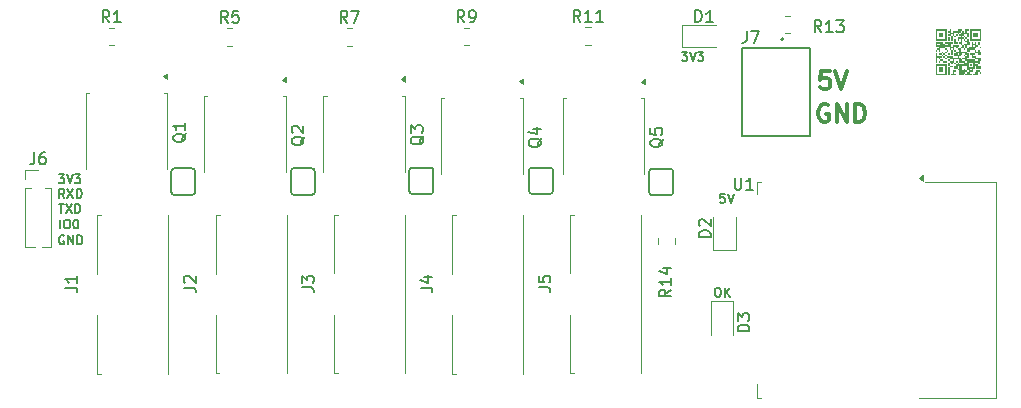
<source format=gbr>
%TF.GenerationSoftware,KiCad,Pcbnew,8.0.4*%
%TF.CreationDate,2025-06-08T15:43:54+10:00*%
%TF.ProjectId,USBPowerBlock,55534250-6f77-4657-9242-6c6f636b2e6b,rev?*%
%TF.SameCoordinates,Original*%
%TF.FileFunction,Legend,Top*%
%TF.FilePolarity,Positive*%
%FSLAX46Y46*%
G04 Gerber Fmt 4.6, Leading zero omitted, Abs format (unit mm)*
G04 Created by KiCad (PCBNEW 8.0.4) date 2025-06-08 15:43:54*
%MOMM*%
%LPD*%
G01*
G04 APERTURE LIST*
%ADD10C,0.187500*%
%ADD11C,0.300000*%
%ADD12C,0.150000*%
%ADD13C,0.152400*%
%ADD14C,0.120000*%
%ADD15C,0.000000*%
%ADD16C,0.127000*%
%ADD17C,0.200000*%
G04 APERTURE END LIST*
D10*
X159974783Y-87348464D02*
X160117640Y-87348464D01*
X160117640Y-87348464D02*
X160189069Y-87384178D01*
X160189069Y-87384178D02*
X160260497Y-87455607D01*
X160260497Y-87455607D02*
X160296212Y-87598464D01*
X160296212Y-87598464D02*
X160296212Y-87848464D01*
X160296212Y-87848464D02*
X160260497Y-87991321D01*
X160260497Y-87991321D02*
X160189069Y-88062750D01*
X160189069Y-88062750D02*
X160117640Y-88098464D01*
X160117640Y-88098464D02*
X159974783Y-88098464D01*
X159974783Y-88098464D02*
X159903355Y-88062750D01*
X159903355Y-88062750D02*
X159831926Y-87991321D01*
X159831926Y-87991321D02*
X159796212Y-87848464D01*
X159796212Y-87848464D02*
X159796212Y-87598464D01*
X159796212Y-87598464D02*
X159831926Y-87455607D01*
X159831926Y-87455607D02*
X159903355Y-87384178D01*
X159903355Y-87384178D02*
X159974783Y-87348464D01*
X160617640Y-88098464D02*
X160617640Y-87348464D01*
X161046211Y-88098464D02*
X160724783Y-87669892D01*
X161046211Y-87348464D02*
X160617640Y-87777035D01*
X104730497Y-79738464D02*
X104480497Y-79381321D01*
X104301926Y-79738464D02*
X104301926Y-78988464D01*
X104301926Y-78988464D02*
X104587640Y-78988464D01*
X104587640Y-78988464D02*
X104659069Y-79024178D01*
X104659069Y-79024178D02*
X104694783Y-79059892D01*
X104694783Y-79059892D02*
X104730497Y-79131321D01*
X104730497Y-79131321D02*
X104730497Y-79238464D01*
X104730497Y-79238464D02*
X104694783Y-79309892D01*
X104694783Y-79309892D02*
X104659069Y-79345607D01*
X104659069Y-79345607D02*
X104587640Y-79381321D01*
X104587640Y-79381321D02*
X104301926Y-79381321D01*
X104980497Y-78988464D02*
X105480497Y-79738464D01*
X105480497Y-78988464D02*
X104980497Y-79738464D01*
X105766212Y-79738464D02*
X105766212Y-78988464D01*
X105766212Y-78988464D02*
X105944783Y-78988464D01*
X105944783Y-78988464D02*
X106051926Y-79024178D01*
X106051926Y-79024178D02*
X106123355Y-79095607D01*
X106123355Y-79095607D02*
X106159069Y-79167035D01*
X106159069Y-79167035D02*
X106194783Y-79309892D01*
X106194783Y-79309892D02*
X106194783Y-79417035D01*
X106194783Y-79417035D02*
X106159069Y-79559892D01*
X106159069Y-79559892D02*
X106123355Y-79631321D01*
X106123355Y-79631321D02*
X106051926Y-79702750D01*
X106051926Y-79702750D02*
X105944783Y-79738464D01*
X105944783Y-79738464D02*
X105766212Y-79738464D01*
X156990497Y-67368464D02*
X157454783Y-67368464D01*
X157454783Y-67368464D02*
X157204783Y-67654178D01*
X157204783Y-67654178D02*
X157311926Y-67654178D01*
X157311926Y-67654178D02*
X157383355Y-67689892D01*
X157383355Y-67689892D02*
X157419069Y-67725607D01*
X157419069Y-67725607D02*
X157454783Y-67797035D01*
X157454783Y-67797035D02*
X157454783Y-67975607D01*
X157454783Y-67975607D02*
X157419069Y-68047035D01*
X157419069Y-68047035D02*
X157383355Y-68082750D01*
X157383355Y-68082750D02*
X157311926Y-68118464D01*
X157311926Y-68118464D02*
X157097640Y-68118464D01*
X157097640Y-68118464D02*
X157026212Y-68082750D01*
X157026212Y-68082750D02*
X156990497Y-68047035D01*
X157669069Y-67368464D02*
X157919069Y-68118464D01*
X157919069Y-68118464D02*
X158169069Y-67368464D01*
X158347640Y-67368464D02*
X158811926Y-67368464D01*
X158811926Y-67368464D02*
X158561926Y-67654178D01*
X158561926Y-67654178D02*
X158669069Y-67654178D01*
X158669069Y-67654178D02*
X158740498Y-67689892D01*
X158740498Y-67689892D02*
X158776212Y-67725607D01*
X158776212Y-67725607D02*
X158811926Y-67797035D01*
X158811926Y-67797035D02*
X158811926Y-67975607D01*
X158811926Y-67975607D02*
X158776212Y-68047035D01*
X158776212Y-68047035D02*
X158740498Y-68082750D01*
X158740498Y-68082750D02*
X158669069Y-68118464D01*
X158669069Y-68118464D02*
X158454783Y-68118464D01*
X158454783Y-68118464D02*
X158383355Y-68082750D01*
X158383355Y-68082750D02*
X158347640Y-68047035D01*
X104260497Y-77728464D02*
X104724783Y-77728464D01*
X104724783Y-77728464D02*
X104474783Y-78014178D01*
X104474783Y-78014178D02*
X104581926Y-78014178D01*
X104581926Y-78014178D02*
X104653355Y-78049892D01*
X104653355Y-78049892D02*
X104689069Y-78085607D01*
X104689069Y-78085607D02*
X104724783Y-78157035D01*
X104724783Y-78157035D02*
X104724783Y-78335607D01*
X104724783Y-78335607D02*
X104689069Y-78407035D01*
X104689069Y-78407035D02*
X104653355Y-78442750D01*
X104653355Y-78442750D02*
X104581926Y-78478464D01*
X104581926Y-78478464D02*
X104367640Y-78478464D01*
X104367640Y-78478464D02*
X104296212Y-78442750D01*
X104296212Y-78442750D02*
X104260497Y-78407035D01*
X104939069Y-77728464D02*
X105189069Y-78478464D01*
X105189069Y-78478464D02*
X105439069Y-77728464D01*
X105617640Y-77728464D02*
X106081926Y-77728464D01*
X106081926Y-77728464D02*
X105831926Y-78014178D01*
X105831926Y-78014178D02*
X105939069Y-78014178D01*
X105939069Y-78014178D02*
X106010498Y-78049892D01*
X106010498Y-78049892D02*
X106046212Y-78085607D01*
X106046212Y-78085607D02*
X106081926Y-78157035D01*
X106081926Y-78157035D02*
X106081926Y-78335607D01*
X106081926Y-78335607D02*
X106046212Y-78407035D01*
X106046212Y-78407035D02*
X106010498Y-78442750D01*
X106010498Y-78442750D02*
X105939069Y-78478464D01*
X105939069Y-78478464D02*
X105724783Y-78478464D01*
X105724783Y-78478464D02*
X105653355Y-78442750D01*
X105653355Y-78442750D02*
X105617640Y-78407035D01*
D11*
X169380225Y-71882257D02*
X169237368Y-71810828D01*
X169237368Y-71810828D02*
X169023082Y-71810828D01*
X169023082Y-71810828D02*
X168808796Y-71882257D01*
X168808796Y-71882257D02*
X168665939Y-72025114D01*
X168665939Y-72025114D02*
X168594510Y-72167971D01*
X168594510Y-72167971D02*
X168523082Y-72453685D01*
X168523082Y-72453685D02*
X168523082Y-72667971D01*
X168523082Y-72667971D02*
X168594510Y-72953685D01*
X168594510Y-72953685D02*
X168665939Y-73096542D01*
X168665939Y-73096542D02*
X168808796Y-73239400D01*
X168808796Y-73239400D02*
X169023082Y-73310828D01*
X169023082Y-73310828D02*
X169165939Y-73310828D01*
X169165939Y-73310828D02*
X169380225Y-73239400D01*
X169380225Y-73239400D02*
X169451653Y-73167971D01*
X169451653Y-73167971D02*
X169451653Y-72667971D01*
X169451653Y-72667971D02*
X169165939Y-72667971D01*
X170094510Y-73310828D02*
X170094510Y-71810828D01*
X170094510Y-71810828D02*
X170951653Y-73310828D01*
X170951653Y-73310828D02*
X170951653Y-71810828D01*
X171665939Y-73310828D02*
X171665939Y-71810828D01*
X171665939Y-71810828D02*
X172023082Y-71810828D01*
X172023082Y-71810828D02*
X172237368Y-71882257D01*
X172237368Y-71882257D02*
X172380225Y-72025114D01*
X172380225Y-72025114D02*
X172451654Y-72167971D01*
X172451654Y-72167971D02*
X172523082Y-72453685D01*
X172523082Y-72453685D02*
X172523082Y-72667971D01*
X172523082Y-72667971D02*
X172451654Y-72953685D01*
X172451654Y-72953685D02*
X172380225Y-73096542D01*
X172380225Y-73096542D02*
X172237368Y-73239400D01*
X172237368Y-73239400D02*
X172023082Y-73310828D01*
X172023082Y-73310828D02*
X171665939Y-73310828D01*
D10*
X160629069Y-79388464D02*
X160271926Y-79388464D01*
X160271926Y-79388464D02*
X160236212Y-79745607D01*
X160236212Y-79745607D02*
X160271926Y-79709892D01*
X160271926Y-79709892D02*
X160343355Y-79674178D01*
X160343355Y-79674178D02*
X160521926Y-79674178D01*
X160521926Y-79674178D02*
X160593355Y-79709892D01*
X160593355Y-79709892D02*
X160629069Y-79745607D01*
X160629069Y-79745607D02*
X160664783Y-79817035D01*
X160664783Y-79817035D02*
X160664783Y-79995607D01*
X160664783Y-79995607D02*
X160629069Y-80067035D01*
X160629069Y-80067035D02*
X160593355Y-80102750D01*
X160593355Y-80102750D02*
X160521926Y-80138464D01*
X160521926Y-80138464D02*
X160343355Y-80138464D01*
X160343355Y-80138464D02*
X160271926Y-80102750D01*
X160271926Y-80102750D02*
X160236212Y-80067035D01*
X160879069Y-79388464D02*
X161129069Y-80138464D01*
X161129069Y-80138464D02*
X161379069Y-79388464D01*
D11*
X169508796Y-69000828D02*
X168794510Y-69000828D01*
X168794510Y-69000828D02*
X168723082Y-69715114D01*
X168723082Y-69715114D02*
X168794510Y-69643685D01*
X168794510Y-69643685D02*
X168937368Y-69572257D01*
X168937368Y-69572257D02*
X169294510Y-69572257D01*
X169294510Y-69572257D02*
X169437368Y-69643685D01*
X169437368Y-69643685D02*
X169508796Y-69715114D01*
X169508796Y-69715114D02*
X169580225Y-69857971D01*
X169580225Y-69857971D02*
X169580225Y-70215114D01*
X169580225Y-70215114D02*
X169508796Y-70357971D01*
X169508796Y-70357971D02*
X169437368Y-70429400D01*
X169437368Y-70429400D02*
X169294510Y-70500828D01*
X169294510Y-70500828D02*
X168937368Y-70500828D01*
X168937368Y-70500828D02*
X168794510Y-70429400D01*
X168794510Y-70429400D02*
X168723082Y-70357971D01*
X170008796Y-69000828D02*
X170508796Y-70500828D01*
X170508796Y-70500828D02*
X171008796Y-69000828D01*
D10*
X104674783Y-82954178D02*
X104603355Y-82918464D01*
X104603355Y-82918464D02*
X104496212Y-82918464D01*
X104496212Y-82918464D02*
X104389069Y-82954178D01*
X104389069Y-82954178D02*
X104317640Y-83025607D01*
X104317640Y-83025607D02*
X104281926Y-83097035D01*
X104281926Y-83097035D02*
X104246212Y-83239892D01*
X104246212Y-83239892D02*
X104246212Y-83347035D01*
X104246212Y-83347035D02*
X104281926Y-83489892D01*
X104281926Y-83489892D02*
X104317640Y-83561321D01*
X104317640Y-83561321D02*
X104389069Y-83632750D01*
X104389069Y-83632750D02*
X104496212Y-83668464D01*
X104496212Y-83668464D02*
X104567640Y-83668464D01*
X104567640Y-83668464D02*
X104674783Y-83632750D01*
X104674783Y-83632750D02*
X104710497Y-83597035D01*
X104710497Y-83597035D02*
X104710497Y-83347035D01*
X104710497Y-83347035D02*
X104567640Y-83347035D01*
X105031926Y-83668464D02*
X105031926Y-82918464D01*
X105031926Y-82918464D02*
X105460497Y-83668464D01*
X105460497Y-83668464D02*
X105460497Y-82918464D01*
X105817640Y-83668464D02*
X105817640Y-82918464D01*
X105817640Y-82918464D02*
X105996211Y-82918464D01*
X105996211Y-82918464D02*
X106103354Y-82954178D01*
X106103354Y-82954178D02*
X106174783Y-83025607D01*
X106174783Y-83025607D02*
X106210497Y-83097035D01*
X106210497Y-83097035D02*
X106246211Y-83239892D01*
X106246211Y-83239892D02*
X106246211Y-83347035D01*
X106246211Y-83347035D02*
X106210497Y-83489892D01*
X106210497Y-83489892D02*
X106174783Y-83561321D01*
X106174783Y-83561321D02*
X106103354Y-83632750D01*
X106103354Y-83632750D02*
X105996211Y-83668464D01*
X105996211Y-83668464D02*
X105817640Y-83668464D01*
X104371926Y-82318464D02*
X104371926Y-81568464D01*
X104871926Y-81568464D02*
X105014783Y-81568464D01*
X105014783Y-81568464D02*
X105086212Y-81604178D01*
X105086212Y-81604178D02*
X105157640Y-81675607D01*
X105157640Y-81675607D02*
X105193355Y-81818464D01*
X105193355Y-81818464D02*
X105193355Y-82068464D01*
X105193355Y-82068464D02*
X105157640Y-82211321D01*
X105157640Y-82211321D02*
X105086212Y-82282750D01*
X105086212Y-82282750D02*
X105014783Y-82318464D01*
X105014783Y-82318464D02*
X104871926Y-82318464D01*
X104871926Y-82318464D02*
X104800498Y-82282750D01*
X104800498Y-82282750D02*
X104729069Y-82211321D01*
X104729069Y-82211321D02*
X104693355Y-82068464D01*
X104693355Y-82068464D02*
X104693355Y-81818464D01*
X104693355Y-81818464D02*
X104729069Y-81675607D01*
X104729069Y-81675607D02*
X104800498Y-81604178D01*
X104800498Y-81604178D02*
X104871926Y-81568464D01*
X105657640Y-81568464D02*
X105729069Y-81568464D01*
X105729069Y-81568464D02*
X105800497Y-81604178D01*
X105800497Y-81604178D02*
X105836212Y-81639892D01*
X105836212Y-81639892D02*
X105871926Y-81711321D01*
X105871926Y-81711321D02*
X105907640Y-81854178D01*
X105907640Y-81854178D02*
X105907640Y-82032750D01*
X105907640Y-82032750D02*
X105871926Y-82175607D01*
X105871926Y-82175607D02*
X105836212Y-82247035D01*
X105836212Y-82247035D02*
X105800497Y-82282750D01*
X105800497Y-82282750D02*
X105729069Y-82318464D01*
X105729069Y-82318464D02*
X105657640Y-82318464D01*
X105657640Y-82318464D02*
X105586212Y-82282750D01*
X105586212Y-82282750D02*
X105550497Y-82247035D01*
X105550497Y-82247035D02*
X105514783Y-82175607D01*
X105514783Y-82175607D02*
X105479069Y-82032750D01*
X105479069Y-82032750D02*
X105479069Y-81854178D01*
X105479069Y-81854178D02*
X105514783Y-81711321D01*
X105514783Y-81711321D02*
X105550497Y-81639892D01*
X105550497Y-81639892D02*
X105586212Y-81604178D01*
X105586212Y-81604178D02*
X105657640Y-81568464D01*
X104234783Y-80258464D02*
X104663355Y-80258464D01*
X104449069Y-81008464D02*
X104449069Y-80258464D01*
X104841926Y-80258464D02*
X105341926Y-81008464D01*
X105341926Y-80258464D02*
X104841926Y-81008464D01*
X105627641Y-81008464D02*
X105627641Y-80258464D01*
X105627641Y-80258464D02*
X105806212Y-80258464D01*
X105806212Y-80258464D02*
X105913355Y-80294178D01*
X105913355Y-80294178D02*
X105984784Y-80365607D01*
X105984784Y-80365607D02*
X106020498Y-80437035D01*
X106020498Y-80437035D02*
X106056212Y-80579892D01*
X106056212Y-80579892D02*
X106056212Y-80687035D01*
X106056212Y-80687035D02*
X106020498Y-80829892D01*
X106020498Y-80829892D02*
X105984784Y-80901321D01*
X105984784Y-80901321D02*
X105913355Y-80972750D01*
X105913355Y-80972750D02*
X105806212Y-81008464D01*
X105806212Y-81008464D02*
X105627641Y-81008464D01*
D12*
X118553333Y-64904819D02*
X118220000Y-64428628D01*
X117981905Y-64904819D02*
X117981905Y-63904819D01*
X117981905Y-63904819D02*
X118362857Y-63904819D01*
X118362857Y-63904819D02*
X118458095Y-63952438D01*
X118458095Y-63952438D02*
X118505714Y-64000057D01*
X118505714Y-64000057D02*
X118553333Y-64095295D01*
X118553333Y-64095295D02*
X118553333Y-64238152D01*
X118553333Y-64238152D02*
X118505714Y-64333390D01*
X118505714Y-64333390D02*
X118458095Y-64381009D01*
X118458095Y-64381009D02*
X118362857Y-64428628D01*
X118362857Y-64428628D02*
X117981905Y-64428628D01*
X119458095Y-63904819D02*
X118981905Y-63904819D01*
X118981905Y-63904819D02*
X118934286Y-64381009D01*
X118934286Y-64381009D02*
X118981905Y-64333390D01*
X118981905Y-64333390D02*
X119077143Y-64285771D01*
X119077143Y-64285771D02*
X119315238Y-64285771D01*
X119315238Y-64285771D02*
X119410476Y-64333390D01*
X119410476Y-64333390D02*
X119458095Y-64381009D01*
X119458095Y-64381009D02*
X119505714Y-64476247D01*
X119505714Y-64476247D02*
X119505714Y-64714342D01*
X119505714Y-64714342D02*
X119458095Y-64809580D01*
X119458095Y-64809580D02*
X119410476Y-64857200D01*
X119410476Y-64857200D02*
X119315238Y-64904819D01*
X119315238Y-64904819D02*
X119077143Y-64904819D01*
X119077143Y-64904819D02*
X118981905Y-64857200D01*
X118981905Y-64857200D02*
X118934286Y-64809580D01*
X156084819Y-87502857D02*
X155608628Y-87836190D01*
X156084819Y-88074285D02*
X155084819Y-88074285D01*
X155084819Y-88074285D02*
X155084819Y-87693333D01*
X155084819Y-87693333D02*
X155132438Y-87598095D01*
X155132438Y-87598095D02*
X155180057Y-87550476D01*
X155180057Y-87550476D02*
X155275295Y-87502857D01*
X155275295Y-87502857D02*
X155418152Y-87502857D01*
X155418152Y-87502857D02*
X155513390Y-87550476D01*
X155513390Y-87550476D02*
X155561009Y-87598095D01*
X155561009Y-87598095D02*
X155608628Y-87693333D01*
X155608628Y-87693333D02*
X155608628Y-88074285D01*
X156084819Y-86550476D02*
X156084819Y-87121904D01*
X156084819Y-86836190D02*
X155084819Y-86836190D01*
X155084819Y-86836190D02*
X155227676Y-86931428D01*
X155227676Y-86931428D02*
X155322914Y-87026666D01*
X155322914Y-87026666D02*
X155370533Y-87121904D01*
X155418152Y-85693333D02*
X156084819Y-85693333D01*
X155037200Y-85931428D02*
X155751485Y-86169523D01*
X155751485Y-86169523D02*
X155751485Y-85550476D01*
X162486666Y-65624819D02*
X162486666Y-66339104D01*
X162486666Y-66339104D02*
X162439047Y-66481961D01*
X162439047Y-66481961D02*
X162343809Y-66577200D01*
X162343809Y-66577200D02*
X162200952Y-66624819D01*
X162200952Y-66624819D02*
X162105714Y-66624819D01*
X162867619Y-65624819D02*
X163534285Y-65624819D01*
X163534285Y-65624819D02*
X163105714Y-66624819D01*
X158121905Y-64844819D02*
X158121905Y-63844819D01*
X158121905Y-63844819D02*
X158360000Y-63844819D01*
X158360000Y-63844819D02*
X158502857Y-63892438D01*
X158502857Y-63892438D02*
X158598095Y-63987676D01*
X158598095Y-63987676D02*
X158645714Y-64082914D01*
X158645714Y-64082914D02*
X158693333Y-64273390D01*
X158693333Y-64273390D02*
X158693333Y-64416247D01*
X158693333Y-64416247D02*
X158645714Y-64606723D01*
X158645714Y-64606723D02*
X158598095Y-64701961D01*
X158598095Y-64701961D02*
X158502857Y-64797200D01*
X158502857Y-64797200D02*
X158360000Y-64844819D01*
X158360000Y-64844819D02*
X158121905Y-64844819D01*
X159645714Y-64844819D02*
X159074286Y-64844819D01*
X159360000Y-64844819D02*
X159360000Y-63844819D01*
X159360000Y-63844819D02*
X159264762Y-63987676D01*
X159264762Y-63987676D02*
X159169524Y-64082914D01*
X159169524Y-64082914D02*
X159074286Y-64130533D01*
X125060057Y-74545238D02*
X125012438Y-74640476D01*
X125012438Y-74640476D02*
X124917200Y-74735714D01*
X124917200Y-74735714D02*
X124774342Y-74878571D01*
X124774342Y-74878571D02*
X124726723Y-74973809D01*
X124726723Y-74973809D02*
X124726723Y-75069047D01*
X124964819Y-75021428D02*
X124917200Y-75116666D01*
X124917200Y-75116666D02*
X124821961Y-75211904D01*
X124821961Y-75211904D02*
X124631485Y-75259523D01*
X124631485Y-75259523D02*
X124298152Y-75259523D01*
X124298152Y-75259523D02*
X124107676Y-75211904D01*
X124107676Y-75211904D02*
X124012438Y-75116666D01*
X124012438Y-75116666D02*
X123964819Y-75021428D01*
X123964819Y-75021428D02*
X123964819Y-74830952D01*
X123964819Y-74830952D02*
X124012438Y-74735714D01*
X124012438Y-74735714D02*
X124107676Y-74640476D01*
X124107676Y-74640476D02*
X124298152Y-74592857D01*
X124298152Y-74592857D02*
X124631485Y-74592857D01*
X124631485Y-74592857D02*
X124821961Y-74640476D01*
X124821961Y-74640476D02*
X124917200Y-74735714D01*
X124917200Y-74735714D02*
X124964819Y-74830952D01*
X124964819Y-74830952D02*
X124964819Y-75021428D01*
X124060057Y-74211904D02*
X124012438Y-74164285D01*
X124012438Y-74164285D02*
X123964819Y-74069047D01*
X123964819Y-74069047D02*
X123964819Y-73830952D01*
X123964819Y-73830952D02*
X124012438Y-73735714D01*
X124012438Y-73735714D02*
X124060057Y-73688095D01*
X124060057Y-73688095D02*
X124155295Y-73640476D01*
X124155295Y-73640476D02*
X124250533Y-73640476D01*
X124250533Y-73640476D02*
X124393390Y-73688095D01*
X124393390Y-73688095D02*
X124964819Y-74259523D01*
X124964819Y-74259523D02*
X124964819Y-73640476D01*
X128673333Y-64904819D02*
X128340000Y-64428628D01*
X128101905Y-64904819D02*
X128101905Y-63904819D01*
X128101905Y-63904819D02*
X128482857Y-63904819D01*
X128482857Y-63904819D02*
X128578095Y-63952438D01*
X128578095Y-63952438D02*
X128625714Y-64000057D01*
X128625714Y-64000057D02*
X128673333Y-64095295D01*
X128673333Y-64095295D02*
X128673333Y-64238152D01*
X128673333Y-64238152D02*
X128625714Y-64333390D01*
X128625714Y-64333390D02*
X128578095Y-64381009D01*
X128578095Y-64381009D02*
X128482857Y-64428628D01*
X128482857Y-64428628D02*
X128101905Y-64428628D01*
X129006667Y-63904819D02*
X129673333Y-63904819D01*
X129673333Y-63904819D02*
X129244762Y-64904819D01*
X124854819Y-87313333D02*
X125569104Y-87313333D01*
X125569104Y-87313333D02*
X125711961Y-87360952D01*
X125711961Y-87360952D02*
X125807200Y-87456190D01*
X125807200Y-87456190D02*
X125854819Y-87599047D01*
X125854819Y-87599047D02*
X125854819Y-87694285D01*
X124854819Y-86932380D02*
X124854819Y-86313333D01*
X124854819Y-86313333D02*
X125235771Y-86646666D01*
X125235771Y-86646666D02*
X125235771Y-86503809D01*
X125235771Y-86503809D02*
X125283390Y-86408571D01*
X125283390Y-86408571D02*
X125331009Y-86360952D01*
X125331009Y-86360952D02*
X125426247Y-86313333D01*
X125426247Y-86313333D02*
X125664342Y-86313333D01*
X125664342Y-86313333D02*
X125759580Y-86360952D01*
X125759580Y-86360952D02*
X125807200Y-86408571D01*
X125807200Y-86408571D02*
X125854819Y-86503809D01*
X125854819Y-86503809D02*
X125854819Y-86789523D01*
X125854819Y-86789523D02*
X125807200Y-86884761D01*
X125807200Y-86884761D02*
X125759580Y-86932380D01*
X145130057Y-74695238D02*
X145082438Y-74790476D01*
X145082438Y-74790476D02*
X144987200Y-74885714D01*
X144987200Y-74885714D02*
X144844342Y-75028571D01*
X144844342Y-75028571D02*
X144796723Y-75123809D01*
X144796723Y-75123809D02*
X144796723Y-75219047D01*
X145034819Y-75171428D02*
X144987200Y-75266666D01*
X144987200Y-75266666D02*
X144891961Y-75361904D01*
X144891961Y-75361904D02*
X144701485Y-75409523D01*
X144701485Y-75409523D02*
X144368152Y-75409523D01*
X144368152Y-75409523D02*
X144177676Y-75361904D01*
X144177676Y-75361904D02*
X144082438Y-75266666D01*
X144082438Y-75266666D02*
X144034819Y-75171428D01*
X144034819Y-75171428D02*
X144034819Y-74980952D01*
X144034819Y-74980952D02*
X144082438Y-74885714D01*
X144082438Y-74885714D02*
X144177676Y-74790476D01*
X144177676Y-74790476D02*
X144368152Y-74742857D01*
X144368152Y-74742857D02*
X144701485Y-74742857D01*
X144701485Y-74742857D02*
X144891961Y-74790476D01*
X144891961Y-74790476D02*
X144987200Y-74885714D01*
X144987200Y-74885714D02*
X145034819Y-74980952D01*
X145034819Y-74980952D02*
X145034819Y-75171428D01*
X144368152Y-73885714D02*
X145034819Y-73885714D01*
X143987200Y-74123809D02*
X144701485Y-74361904D01*
X144701485Y-74361904D02*
X144701485Y-73742857D01*
X148417142Y-64834819D02*
X148083809Y-64358628D01*
X147845714Y-64834819D02*
X147845714Y-63834819D01*
X147845714Y-63834819D02*
X148226666Y-63834819D01*
X148226666Y-63834819D02*
X148321904Y-63882438D01*
X148321904Y-63882438D02*
X148369523Y-63930057D01*
X148369523Y-63930057D02*
X148417142Y-64025295D01*
X148417142Y-64025295D02*
X148417142Y-64168152D01*
X148417142Y-64168152D02*
X148369523Y-64263390D01*
X148369523Y-64263390D02*
X148321904Y-64311009D01*
X148321904Y-64311009D02*
X148226666Y-64358628D01*
X148226666Y-64358628D02*
X147845714Y-64358628D01*
X149369523Y-64834819D02*
X148798095Y-64834819D01*
X149083809Y-64834819D02*
X149083809Y-63834819D01*
X149083809Y-63834819D02*
X148988571Y-63977676D01*
X148988571Y-63977676D02*
X148893333Y-64072914D01*
X148893333Y-64072914D02*
X148798095Y-64120533D01*
X150321904Y-64834819D02*
X149750476Y-64834819D01*
X150036190Y-64834819D02*
X150036190Y-63834819D01*
X150036190Y-63834819D02*
X149940952Y-63977676D01*
X149940952Y-63977676D02*
X149845714Y-64072914D01*
X149845714Y-64072914D02*
X149750476Y-64120533D01*
X108523333Y-64864819D02*
X108190000Y-64388628D01*
X107951905Y-64864819D02*
X107951905Y-63864819D01*
X107951905Y-63864819D02*
X108332857Y-63864819D01*
X108332857Y-63864819D02*
X108428095Y-63912438D01*
X108428095Y-63912438D02*
X108475714Y-63960057D01*
X108475714Y-63960057D02*
X108523333Y-64055295D01*
X108523333Y-64055295D02*
X108523333Y-64198152D01*
X108523333Y-64198152D02*
X108475714Y-64293390D01*
X108475714Y-64293390D02*
X108428095Y-64341009D01*
X108428095Y-64341009D02*
X108332857Y-64388628D01*
X108332857Y-64388628D02*
X107951905Y-64388628D01*
X109475714Y-64864819D02*
X108904286Y-64864819D01*
X109190000Y-64864819D02*
X109190000Y-63864819D01*
X109190000Y-63864819D02*
X109094762Y-64007676D01*
X109094762Y-64007676D02*
X108999524Y-64102914D01*
X108999524Y-64102914D02*
X108904286Y-64150533D01*
X144874819Y-87313333D02*
X145589104Y-87313333D01*
X145589104Y-87313333D02*
X145731961Y-87360952D01*
X145731961Y-87360952D02*
X145827200Y-87456190D01*
X145827200Y-87456190D02*
X145874819Y-87599047D01*
X145874819Y-87599047D02*
X145874819Y-87694285D01*
X144874819Y-86360952D02*
X144874819Y-86837142D01*
X144874819Y-86837142D02*
X145351009Y-86884761D01*
X145351009Y-86884761D02*
X145303390Y-86837142D01*
X145303390Y-86837142D02*
X145255771Y-86741904D01*
X145255771Y-86741904D02*
X145255771Y-86503809D01*
X145255771Y-86503809D02*
X145303390Y-86408571D01*
X145303390Y-86408571D02*
X145351009Y-86360952D01*
X145351009Y-86360952D02*
X145446247Y-86313333D01*
X145446247Y-86313333D02*
X145684342Y-86313333D01*
X145684342Y-86313333D02*
X145779580Y-86360952D01*
X145779580Y-86360952D02*
X145827200Y-86408571D01*
X145827200Y-86408571D02*
X145874819Y-86503809D01*
X145874819Y-86503809D02*
X145874819Y-86741904D01*
X145874819Y-86741904D02*
X145827200Y-86837142D01*
X145827200Y-86837142D02*
X145779580Y-86884761D01*
X102166666Y-75889819D02*
X102166666Y-76604104D01*
X102166666Y-76604104D02*
X102119047Y-76746961D01*
X102119047Y-76746961D02*
X102023809Y-76842200D01*
X102023809Y-76842200D02*
X101880952Y-76889819D01*
X101880952Y-76889819D02*
X101785714Y-76889819D01*
X103071428Y-75889819D02*
X102880952Y-75889819D01*
X102880952Y-75889819D02*
X102785714Y-75937438D01*
X102785714Y-75937438D02*
X102738095Y-75985057D01*
X102738095Y-75985057D02*
X102642857Y-76127914D01*
X102642857Y-76127914D02*
X102595238Y-76318390D01*
X102595238Y-76318390D02*
X102595238Y-76699342D01*
X102595238Y-76699342D02*
X102642857Y-76794580D01*
X102642857Y-76794580D02*
X102690476Y-76842200D01*
X102690476Y-76842200D02*
X102785714Y-76889819D01*
X102785714Y-76889819D02*
X102976190Y-76889819D01*
X102976190Y-76889819D02*
X103071428Y-76842200D01*
X103071428Y-76842200D02*
X103119047Y-76794580D01*
X103119047Y-76794580D02*
X103166666Y-76699342D01*
X103166666Y-76699342D02*
X103166666Y-76461247D01*
X103166666Y-76461247D02*
X103119047Y-76366009D01*
X103119047Y-76366009D02*
X103071428Y-76318390D01*
X103071428Y-76318390D02*
X102976190Y-76270771D01*
X102976190Y-76270771D02*
X102785714Y-76270771D01*
X102785714Y-76270771D02*
X102690476Y-76318390D01*
X102690476Y-76318390D02*
X102642857Y-76366009D01*
X102642857Y-76366009D02*
X102595238Y-76461247D01*
X155430057Y-74715238D02*
X155382438Y-74810476D01*
X155382438Y-74810476D02*
X155287200Y-74905714D01*
X155287200Y-74905714D02*
X155144342Y-75048571D01*
X155144342Y-75048571D02*
X155096723Y-75143809D01*
X155096723Y-75143809D02*
X155096723Y-75239047D01*
X155334819Y-75191428D02*
X155287200Y-75286666D01*
X155287200Y-75286666D02*
X155191961Y-75381904D01*
X155191961Y-75381904D02*
X155001485Y-75429523D01*
X155001485Y-75429523D02*
X154668152Y-75429523D01*
X154668152Y-75429523D02*
X154477676Y-75381904D01*
X154477676Y-75381904D02*
X154382438Y-75286666D01*
X154382438Y-75286666D02*
X154334819Y-75191428D01*
X154334819Y-75191428D02*
X154334819Y-75000952D01*
X154334819Y-75000952D02*
X154382438Y-74905714D01*
X154382438Y-74905714D02*
X154477676Y-74810476D01*
X154477676Y-74810476D02*
X154668152Y-74762857D01*
X154668152Y-74762857D02*
X155001485Y-74762857D01*
X155001485Y-74762857D02*
X155191961Y-74810476D01*
X155191961Y-74810476D02*
X155287200Y-74905714D01*
X155287200Y-74905714D02*
X155334819Y-75000952D01*
X155334819Y-75000952D02*
X155334819Y-75191428D01*
X154334819Y-73858095D02*
X154334819Y-74334285D01*
X154334819Y-74334285D02*
X154811009Y-74381904D01*
X154811009Y-74381904D02*
X154763390Y-74334285D01*
X154763390Y-74334285D02*
X154715771Y-74239047D01*
X154715771Y-74239047D02*
X154715771Y-74000952D01*
X154715771Y-74000952D02*
X154763390Y-73905714D01*
X154763390Y-73905714D02*
X154811009Y-73858095D01*
X154811009Y-73858095D02*
X154906247Y-73810476D01*
X154906247Y-73810476D02*
X155144342Y-73810476D01*
X155144342Y-73810476D02*
X155239580Y-73858095D01*
X155239580Y-73858095D02*
X155287200Y-73905714D01*
X155287200Y-73905714D02*
X155334819Y-74000952D01*
X155334819Y-74000952D02*
X155334819Y-74239047D01*
X155334819Y-74239047D02*
X155287200Y-74334285D01*
X155287200Y-74334285D02*
X155239580Y-74381904D01*
X138583333Y-64854819D02*
X138250000Y-64378628D01*
X138011905Y-64854819D02*
X138011905Y-63854819D01*
X138011905Y-63854819D02*
X138392857Y-63854819D01*
X138392857Y-63854819D02*
X138488095Y-63902438D01*
X138488095Y-63902438D02*
X138535714Y-63950057D01*
X138535714Y-63950057D02*
X138583333Y-64045295D01*
X138583333Y-64045295D02*
X138583333Y-64188152D01*
X138583333Y-64188152D02*
X138535714Y-64283390D01*
X138535714Y-64283390D02*
X138488095Y-64331009D01*
X138488095Y-64331009D02*
X138392857Y-64378628D01*
X138392857Y-64378628D02*
X138011905Y-64378628D01*
X139059524Y-64854819D02*
X139250000Y-64854819D01*
X139250000Y-64854819D02*
X139345238Y-64807200D01*
X139345238Y-64807200D02*
X139392857Y-64759580D01*
X139392857Y-64759580D02*
X139488095Y-64616723D01*
X139488095Y-64616723D02*
X139535714Y-64426247D01*
X139535714Y-64426247D02*
X139535714Y-64045295D01*
X139535714Y-64045295D02*
X139488095Y-63950057D01*
X139488095Y-63950057D02*
X139440476Y-63902438D01*
X139440476Y-63902438D02*
X139345238Y-63854819D01*
X139345238Y-63854819D02*
X139154762Y-63854819D01*
X139154762Y-63854819D02*
X139059524Y-63902438D01*
X139059524Y-63902438D02*
X139011905Y-63950057D01*
X139011905Y-63950057D02*
X138964286Y-64045295D01*
X138964286Y-64045295D02*
X138964286Y-64283390D01*
X138964286Y-64283390D02*
X139011905Y-64378628D01*
X139011905Y-64378628D02*
X139059524Y-64426247D01*
X139059524Y-64426247D02*
X139154762Y-64473866D01*
X139154762Y-64473866D02*
X139345238Y-64473866D01*
X139345238Y-64473866D02*
X139440476Y-64426247D01*
X139440476Y-64426247D02*
X139488095Y-64378628D01*
X139488095Y-64378628D02*
X139535714Y-64283390D01*
X159444819Y-83055594D02*
X158444819Y-83055594D01*
X158444819Y-83055594D02*
X158444819Y-82817499D01*
X158444819Y-82817499D02*
X158492438Y-82674642D01*
X158492438Y-82674642D02*
X158587676Y-82579404D01*
X158587676Y-82579404D02*
X158682914Y-82531785D01*
X158682914Y-82531785D02*
X158873390Y-82484166D01*
X158873390Y-82484166D02*
X159016247Y-82484166D01*
X159016247Y-82484166D02*
X159206723Y-82531785D01*
X159206723Y-82531785D02*
X159301961Y-82579404D01*
X159301961Y-82579404D02*
X159397200Y-82674642D01*
X159397200Y-82674642D02*
X159444819Y-82817499D01*
X159444819Y-82817499D02*
X159444819Y-83055594D01*
X158540057Y-82103213D02*
X158492438Y-82055594D01*
X158492438Y-82055594D02*
X158444819Y-81960356D01*
X158444819Y-81960356D02*
X158444819Y-81722261D01*
X158444819Y-81722261D02*
X158492438Y-81627023D01*
X158492438Y-81627023D02*
X158540057Y-81579404D01*
X158540057Y-81579404D02*
X158635295Y-81531785D01*
X158635295Y-81531785D02*
X158730533Y-81531785D01*
X158730533Y-81531785D02*
X158873390Y-81579404D01*
X158873390Y-81579404D02*
X159444819Y-82150832D01*
X159444819Y-82150832D02*
X159444819Y-81531785D01*
X168807142Y-65694819D02*
X168473809Y-65218628D01*
X168235714Y-65694819D02*
X168235714Y-64694819D01*
X168235714Y-64694819D02*
X168616666Y-64694819D01*
X168616666Y-64694819D02*
X168711904Y-64742438D01*
X168711904Y-64742438D02*
X168759523Y-64790057D01*
X168759523Y-64790057D02*
X168807142Y-64885295D01*
X168807142Y-64885295D02*
X168807142Y-65028152D01*
X168807142Y-65028152D02*
X168759523Y-65123390D01*
X168759523Y-65123390D02*
X168711904Y-65171009D01*
X168711904Y-65171009D02*
X168616666Y-65218628D01*
X168616666Y-65218628D02*
X168235714Y-65218628D01*
X169759523Y-65694819D02*
X169188095Y-65694819D01*
X169473809Y-65694819D02*
X169473809Y-64694819D01*
X169473809Y-64694819D02*
X169378571Y-64837676D01*
X169378571Y-64837676D02*
X169283333Y-64932914D01*
X169283333Y-64932914D02*
X169188095Y-64980533D01*
X170092857Y-64694819D02*
X170711904Y-64694819D01*
X170711904Y-64694819D02*
X170378571Y-65075771D01*
X170378571Y-65075771D02*
X170521428Y-65075771D01*
X170521428Y-65075771D02*
X170616666Y-65123390D01*
X170616666Y-65123390D02*
X170664285Y-65171009D01*
X170664285Y-65171009D02*
X170711904Y-65266247D01*
X170711904Y-65266247D02*
X170711904Y-65504342D01*
X170711904Y-65504342D02*
X170664285Y-65599580D01*
X170664285Y-65599580D02*
X170616666Y-65647200D01*
X170616666Y-65647200D02*
X170521428Y-65694819D01*
X170521428Y-65694819D02*
X170235714Y-65694819D01*
X170235714Y-65694819D02*
X170140476Y-65647200D01*
X170140476Y-65647200D02*
X170092857Y-65599580D01*
X161468095Y-78034819D02*
X161468095Y-78844342D01*
X161468095Y-78844342D02*
X161515714Y-78939580D01*
X161515714Y-78939580D02*
X161563333Y-78987200D01*
X161563333Y-78987200D02*
X161658571Y-79034819D01*
X161658571Y-79034819D02*
X161849047Y-79034819D01*
X161849047Y-79034819D02*
X161944285Y-78987200D01*
X161944285Y-78987200D02*
X161991904Y-78939580D01*
X161991904Y-78939580D02*
X162039523Y-78844342D01*
X162039523Y-78844342D02*
X162039523Y-78034819D01*
X163039523Y-79034819D02*
X162468095Y-79034819D01*
X162753809Y-79034819D02*
X162753809Y-78034819D01*
X162753809Y-78034819D02*
X162658571Y-78177676D01*
X162658571Y-78177676D02*
X162563333Y-78272914D01*
X162563333Y-78272914D02*
X162468095Y-78320533D01*
X104814819Y-87343333D02*
X105529104Y-87343333D01*
X105529104Y-87343333D02*
X105671961Y-87390952D01*
X105671961Y-87390952D02*
X105767200Y-87486190D01*
X105767200Y-87486190D02*
X105814819Y-87629047D01*
X105814819Y-87629047D02*
X105814819Y-87724285D01*
X105814819Y-86343333D02*
X105814819Y-86914761D01*
X105814819Y-86629047D02*
X104814819Y-86629047D01*
X104814819Y-86629047D02*
X104957676Y-86724285D01*
X104957676Y-86724285D02*
X105052914Y-86819523D01*
X105052914Y-86819523D02*
X105100533Y-86914761D01*
X115015057Y-74280238D02*
X114967438Y-74375476D01*
X114967438Y-74375476D02*
X114872200Y-74470714D01*
X114872200Y-74470714D02*
X114729342Y-74613571D01*
X114729342Y-74613571D02*
X114681723Y-74708809D01*
X114681723Y-74708809D02*
X114681723Y-74804047D01*
X114919819Y-74756428D02*
X114872200Y-74851666D01*
X114872200Y-74851666D02*
X114776961Y-74946904D01*
X114776961Y-74946904D02*
X114586485Y-74994523D01*
X114586485Y-74994523D02*
X114253152Y-74994523D01*
X114253152Y-74994523D02*
X114062676Y-74946904D01*
X114062676Y-74946904D02*
X113967438Y-74851666D01*
X113967438Y-74851666D02*
X113919819Y-74756428D01*
X113919819Y-74756428D02*
X113919819Y-74565952D01*
X113919819Y-74565952D02*
X113967438Y-74470714D01*
X113967438Y-74470714D02*
X114062676Y-74375476D01*
X114062676Y-74375476D02*
X114253152Y-74327857D01*
X114253152Y-74327857D02*
X114586485Y-74327857D01*
X114586485Y-74327857D02*
X114776961Y-74375476D01*
X114776961Y-74375476D02*
X114872200Y-74470714D01*
X114872200Y-74470714D02*
X114919819Y-74565952D01*
X114919819Y-74565952D02*
X114919819Y-74756428D01*
X114919819Y-73375476D02*
X114919819Y-73946904D01*
X114919819Y-73661190D02*
X113919819Y-73661190D01*
X113919819Y-73661190D02*
X114062676Y-73756428D01*
X114062676Y-73756428D02*
X114157914Y-73851666D01*
X114157914Y-73851666D02*
X114205533Y-73946904D01*
X135150057Y-74495238D02*
X135102438Y-74590476D01*
X135102438Y-74590476D02*
X135007200Y-74685714D01*
X135007200Y-74685714D02*
X134864342Y-74828571D01*
X134864342Y-74828571D02*
X134816723Y-74923809D01*
X134816723Y-74923809D02*
X134816723Y-75019047D01*
X135054819Y-74971428D02*
X135007200Y-75066666D01*
X135007200Y-75066666D02*
X134911961Y-75161904D01*
X134911961Y-75161904D02*
X134721485Y-75209523D01*
X134721485Y-75209523D02*
X134388152Y-75209523D01*
X134388152Y-75209523D02*
X134197676Y-75161904D01*
X134197676Y-75161904D02*
X134102438Y-75066666D01*
X134102438Y-75066666D02*
X134054819Y-74971428D01*
X134054819Y-74971428D02*
X134054819Y-74780952D01*
X134054819Y-74780952D02*
X134102438Y-74685714D01*
X134102438Y-74685714D02*
X134197676Y-74590476D01*
X134197676Y-74590476D02*
X134388152Y-74542857D01*
X134388152Y-74542857D02*
X134721485Y-74542857D01*
X134721485Y-74542857D02*
X134911961Y-74590476D01*
X134911961Y-74590476D02*
X135007200Y-74685714D01*
X135007200Y-74685714D02*
X135054819Y-74780952D01*
X135054819Y-74780952D02*
X135054819Y-74971428D01*
X134054819Y-74209523D02*
X134054819Y-73590476D01*
X134054819Y-73590476D02*
X134435771Y-73923809D01*
X134435771Y-73923809D02*
X134435771Y-73780952D01*
X134435771Y-73780952D02*
X134483390Y-73685714D01*
X134483390Y-73685714D02*
X134531009Y-73638095D01*
X134531009Y-73638095D02*
X134626247Y-73590476D01*
X134626247Y-73590476D02*
X134864342Y-73590476D01*
X134864342Y-73590476D02*
X134959580Y-73638095D01*
X134959580Y-73638095D02*
X135007200Y-73685714D01*
X135007200Y-73685714D02*
X135054819Y-73780952D01*
X135054819Y-73780952D02*
X135054819Y-74066666D01*
X135054819Y-74066666D02*
X135007200Y-74161904D01*
X135007200Y-74161904D02*
X134959580Y-74209523D01*
X162724819Y-91038094D02*
X161724819Y-91038094D01*
X161724819Y-91038094D02*
X161724819Y-90799999D01*
X161724819Y-90799999D02*
X161772438Y-90657142D01*
X161772438Y-90657142D02*
X161867676Y-90561904D01*
X161867676Y-90561904D02*
X161962914Y-90514285D01*
X161962914Y-90514285D02*
X162153390Y-90466666D01*
X162153390Y-90466666D02*
X162296247Y-90466666D01*
X162296247Y-90466666D02*
X162486723Y-90514285D01*
X162486723Y-90514285D02*
X162581961Y-90561904D01*
X162581961Y-90561904D02*
X162677200Y-90657142D01*
X162677200Y-90657142D02*
X162724819Y-90799999D01*
X162724819Y-90799999D02*
X162724819Y-91038094D01*
X161724819Y-90133332D02*
X161724819Y-89514285D01*
X161724819Y-89514285D02*
X162105771Y-89847618D01*
X162105771Y-89847618D02*
X162105771Y-89704761D01*
X162105771Y-89704761D02*
X162153390Y-89609523D01*
X162153390Y-89609523D02*
X162201009Y-89561904D01*
X162201009Y-89561904D02*
X162296247Y-89514285D01*
X162296247Y-89514285D02*
X162534342Y-89514285D01*
X162534342Y-89514285D02*
X162629580Y-89561904D01*
X162629580Y-89561904D02*
X162677200Y-89609523D01*
X162677200Y-89609523D02*
X162724819Y-89704761D01*
X162724819Y-89704761D02*
X162724819Y-89990475D01*
X162724819Y-89990475D02*
X162677200Y-90085713D01*
X162677200Y-90085713D02*
X162629580Y-90133332D01*
X114834819Y-87333333D02*
X115549104Y-87333333D01*
X115549104Y-87333333D02*
X115691961Y-87380952D01*
X115691961Y-87380952D02*
X115787200Y-87476190D01*
X115787200Y-87476190D02*
X115834819Y-87619047D01*
X115834819Y-87619047D02*
X115834819Y-87714285D01*
X114930057Y-86904761D02*
X114882438Y-86857142D01*
X114882438Y-86857142D02*
X114834819Y-86761904D01*
X114834819Y-86761904D02*
X114834819Y-86523809D01*
X114834819Y-86523809D02*
X114882438Y-86428571D01*
X114882438Y-86428571D02*
X114930057Y-86380952D01*
X114930057Y-86380952D02*
X115025295Y-86333333D01*
X115025295Y-86333333D02*
X115120533Y-86333333D01*
X115120533Y-86333333D02*
X115263390Y-86380952D01*
X115263390Y-86380952D02*
X115834819Y-86952380D01*
X115834819Y-86952380D02*
X115834819Y-86333333D01*
X134874819Y-87343333D02*
X135589104Y-87343333D01*
X135589104Y-87343333D02*
X135731961Y-87390952D01*
X135731961Y-87390952D02*
X135827200Y-87486190D01*
X135827200Y-87486190D02*
X135874819Y-87629047D01*
X135874819Y-87629047D02*
X135874819Y-87724285D01*
X135208152Y-86438571D02*
X135874819Y-86438571D01*
X134827200Y-86676666D02*
X135541485Y-86914761D01*
X135541485Y-86914761D02*
X135541485Y-86295714D01*
D13*
%TO.C,JP1*%
X113774000Y-79223600D02*
X113774000Y-77496400D01*
X114028000Y-77242400D02*
X115552000Y-77242400D01*
X114028000Y-79477600D02*
X115552000Y-79477600D01*
X115806000Y-77496400D02*
X115806000Y-79223600D01*
X113774000Y-77496400D02*
G75*
G02*
X114028000Y-77242400I254000J0D01*
G01*
X114028000Y-79477600D02*
G75*
G02*
X113774000Y-79223600I0J254000D01*
G01*
X115552000Y-77242400D02*
G75*
G02*
X115806000Y-77496400I0J-254000D01*
G01*
X115806000Y-79223600D02*
G75*
G02*
X115552000Y-79477600I-254000J0D01*
G01*
D14*
%TO.C,R5*%
X118492936Y-65365000D02*
X118947064Y-65365000D01*
X118492936Y-66835000D02*
X118947064Y-66835000D01*
%TO.C,R14*%
X154945000Y-83607064D02*
X154945000Y-83152936D01*
X156415000Y-83607064D02*
X156415000Y-83152936D01*
D15*
%TO.C,G\u002A\u002A\u002A*%
G36*
X179143333Y-65943333D02*
G01*
X179143333Y-66143333D01*
X178943333Y-66143333D01*
X178743333Y-66143333D01*
X178743333Y-65943333D01*
X178743333Y-65743333D01*
X178943333Y-65743333D01*
X179143333Y-65743333D01*
X179143333Y-65943333D01*
G37*
G36*
X179143333Y-68876666D02*
G01*
X179143333Y-69076666D01*
X178943333Y-69076666D01*
X178743333Y-69076666D01*
X178743333Y-68876666D01*
X178743333Y-68676666D01*
X178943333Y-68676666D01*
X179143333Y-68676666D01*
X179143333Y-68876666D01*
G37*
G36*
X179410000Y-67143333D02*
G01*
X179410000Y-67210000D01*
X179343333Y-67210000D01*
X179276666Y-67210000D01*
X179276666Y-67143333D01*
X179276666Y-67076666D01*
X179343333Y-67076666D01*
X179410000Y-67076666D01*
X179410000Y-67143333D01*
G37*
G36*
X179410000Y-67676666D02*
G01*
X179410000Y-67743333D01*
X179343333Y-67743333D01*
X179276666Y-67743333D01*
X179276666Y-67676666D01*
X179276666Y-67610000D01*
X179343333Y-67610000D01*
X179410000Y-67610000D01*
X179410000Y-67676666D01*
G37*
G36*
X179410000Y-68210000D02*
G01*
X179410000Y-68276666D01*
X179276666Y-68276666D01*
X179143333Y-68276666D01*
X179143333Y-68210000D01*
X179143333Y-68143333D01*
X179276666Y-68143333D01*
X179410000Y-68143333D01*
X179410000Y-68210000D01*
G37*
G36*
X179676666Y-66276666D02*
G01*
X179676666Y-66410000D01*
X179610000Y-66410000D01*
X179543333Y-66410000D01*
X179543333Y-66276666D01*
X179543333Y-66143333D01*
X179610000Y-66143333D01*
X179676666Y-66143333D01*
X179676666Y-66276666D01*
G37*
G36*
X179676666Y-67543333D02*
G01*
X179676666Y-67610000D01*
X179610000Y-67610000D01*
X179543333Y-67610000D01*
X179543333Y-67543333D01*
X179543333Y-67476666D01*
X179610000Y-67476666D01*
X179676666Y-67476666D01*
X179676666Y-67543333D01*
G37*
G36*
X179943333Y-67410000D02*
G01*
X179943333Y-67610000D01*
X179876666Y-67610000D01*
X179810000Y-67610000D01*
X179810000Y-67410000D01*
X179810000Y-67210000D01*
X179876666Y-67210000D01*
X179943333Y-67210000D01*
X179943333Y-67410000D01*
G37*
G36*
X180210000Y-67276666D02*
G01*
X180210000Y-67343333D01*
X180143333Y-67343333D01*
X180076666Y-67343333D01*
X180076666Y-67276666D01*
X180076666Y-67210000D01*
X180143333Y-67210000D01*
X180210000Y-67210000D01*
X180210000Y-67276666D01*
G37*
G36*
X180343333Y-68210000D02*
G01*
X180343333Y-68276666D01*
X180276666Y-68276666D01*
X180210000Y-68276666D01*
X180210000Y-68210000D01*
X180210000Y-68143333D01*
X180276666Y-68143333D01*
X180343333Y-68143333D01*
X180343333Y-68210000D01*
G37*
G36*
X181010000Y-66076666D02*
G01*
X181010000Y-66143333D01*
X180943333Y-66143333D01*
X180876666Y-66143333D01*
X180876666Y-66076666D01*
X180876666Y-66010000D01*
X180943333Y-66010000D01*
X181010000Y-66010000D01*
X181010000Y-66076666D01*
G37*
G36*
X181010000Y-66343333D02*
G01*
X181010000Y-66410000D01*
X180943333Y-66410000D01*
X180876666Y-66410000D01*
X180876666Y-66343333D01*
X180876666Y-66276666D01*
X180943333Y-66276666D01*
X181010000Y-66276666D01*
X181010000Y-66343333D01*
G37*
G36*
X181010000Y-67143333D02*
G01*
X181010000Y-67210000D01*
X180943333Y-67210000D01*
X180876666Y-67210000D01*
X180876666Y-67143333D01*
X180876666Y-67076666D01*
X180943333Y-67076666D01*
X181010000Y-67076666D01*
X181010000Y-67143333D01*
G37*
G36*
X181010000Y-67676666D02*
G01*
X181010000Y-67743333D01*
X180943333Y-67743333D01*
X180876666Y-67743333D01*
X180876666Y-67676666D01*
X180876666Y-67610000D01*
X180943333Y-67610000D01*
X181010000Y-67610000D01*
X181010000Y-67676666D01*
G37*
G36*
X181543333Y-68476666D02*
G01*
X181543333Y-68543333D01*
X181476666Y-68543333D01*
X181410000Y-68543333D01*
X181410000Y-68476666D01*
X181410000Y-68410000D01*
X181476666Y-68410000D01*
X181543333Y-68410000D01*
X181543333Y-68476666D01*
G37*
G36*
X182076666Y-65943333D02*
G01*
X182076666Y-66143333D01*
X181876666Y-66143333D01*
X181676666Y-66143333D01*
X181676666Y-65943333D01*
X181676666Y-65743333D01*
X181876666Y-65743333D01*
X182076666Y-65743333D01*
X182076666Y-65943333D01*
G37*
G36*
X182343333Y-67010000D02*
G01*
X182343333Y-67076666D01*
X182276666Y-67076666D01*
X182210000Y-67076666D01*
X182210000Y-67010000D01*
X182210000Y-66943333D01*
X182276666Y-66943333D01*
X182343333Y-66943333D01*
X182343333Y-67010000D01*
G37*
G36*
X182343333Y-69143333D02*
G01*
X182343333Y-69210000D01*
X182276666Y-69210000D01*
X182210000Y-69210000D01*
X182210000Y-69143333D01*
X182210000Y-69076666D01*
X182276666Y-69076666D01*
X182343333Y-69076666D01*
X182343333Y-69143333D01*
G37*
G36*
X180210000Y-66410000D02*
G01*
X180210000Y-66543333D01*
X180276666Y-66543333D01*
X180343333Y-66543333D01*
X180343333Y-66610000D01*
X180343333Y-66676666D01*
X180210000Y-66676666D01*
X180076666Y-66676666D01*
X180076666Y-66476666D01*
X180076666Y-66276666D01*
X180143333Y-66276666D01*
X180210000Y-66276666D01*
X180210000Y-66410000D01*
G37*
G36*
X179143333Y-68076666D02*
G01*
X179143333Y-68143333D01*
X179010000Y-68143333D01*
X178876666Y-68143333D01*
X178876666Y-68210000D01*
X178876666Y-68276666D01*
X178810000Y-68276666D01*
X178743333Y-68276666D01*
X178743333Y-68210000D01*
X178743333Y-68143333D01*
X178810000Y-68143333D01*
X178876666Y-68143333D01*
X178876666Y-68076666D01*
X178876666Y-68010000D01*
X179010000Y-68010000D01*
X179143333Y-68010000D01*
X179143333Y-68076666D01*
G37*
G36*
X179943333Y-68610000D02*
G01*
X179943333Y-68676666D01*
X179810000Y-68676666D01*
X179676666Y-68676666D01*
X179676666Y-69010000D01*
X179676666Y-69343333D01*
X179610000Y-69343333D01*
X179543333Y-69343333D01*
X179543333Y-69010000D01*
X179543333Y-68676666D01*
X179610000Y-68676666D01*
X179676666Y-68676666D01*
X179676666Y-68610000D01*
X179676666Y-68543333D01*
X179810000Y-68543333D01*
X179943333Y-68543333D01*
X179943333Y-68610000D01*
G37*
G36*
X179410000Y-65943333D02*
G01*
X179410000Y-66410000D01*
X178943333Y-66410000D01*
X178476666Y-66410000D01*
X178476666Y-66276666D01*
X178610000Y-66276666D01*
X178943333Y-66276666D01*
X179276666Y-66276666D01*
X179276666Y-65943333D01*
X179276666Y-65610000D01*
X178943333Y-65610000D01*
X178610000Y-65610000D01*
X178610000Y-65943333D01*
X178610000Y-66276666D01*
X178476666Y-66276666D01*
X178476666Y-65943333D01*
X178476666Y-65476666D01*
X178943333Y-65476666D01*
X179410000Y-65476666D01*
X179410000Y-65943333D01*
G37*
G36*
X179410000Y-68876666D02*
G01*
X179410000Y-69343333D01*
X178943333Y-69343333D01*
X178476666Y-69343333D01*
X178476666Y-69210000D01*
X178610000Y-69210000D01*
X178943333Y-69210000D01*
X179276666Y-69210000D01*
X179276666Y-68876666D01*
X179276666Y-68543333D01*
X178943333Y-68543333D01*
X178610000Y-68543333D01*
X178610000Y-68876666D01*
X178610000Y-69210000D01*
X178476666Y-69210000D01*
X178476666Y-68876666D01*
X178476666Y-68410000D01*
X178943333Y-68410000D01*
X179410000Y-68410000D01*
X179410000Y-68876666D01*
G37*
G36*
X182343333Y-65943333D02*
G01*
X182343333Y-66410000D01*
X181876666Y-66410000D01*
X181410000Y-66410000D01*
X181410000Y-66276666D01*
X181543333Y-66276666D01*
X181876666Y-66276666D01*
X182210000Y-66276666D01*
X182210000Y-65943333D01*
X182210000Y-65610000D01*
X181876666Y-65610000D01*
X181543333Y-65610000D01*
X181543333Y-65943333D01*
X181543333Y-66276666D01*
X181410000Y-66276666D01*
X181410000Y-65943333D01*
X181410000Y-65476666D01*
X181876666Y-65476666D01*
X182343333Y-65476666D01*
X182343333Y-65943333D01*
G37*
G36*
X180210000Y-69010000D02*
G01*
X180210000Y-69076666D01*
X180143333Y-69076666D01*
X180076666Y-69076666D01*
X180076666Y-69143333D01*
X180076666Y-69210000D01*
X180143333Y-69210000D01*
X180210000Y-69210000D01*
X180210000Y-69276666D01*
X180210000Y-69343333D01*
X180010000Y-69343333D01*
X179810000Y-69343333D01*
X179810000Y-69276666D01*
X179810000Y-69210000D01*
X179876666Y-69210000D01*
X179943333Y-69210000D01*
X179943333Y-69076666D01*
X179943333Y-68943333D01*
X180076666Y-68943333D01*
X180210000Y-68943333D01*
X180210000Y-69010000D01*
G37*
G36*
X182210000Y-69010000D02*
G01*
X182210000Y-69076666D01*
X182143333Y-69076666D01*
X182076666Y-69076666D01*
X182076666Y-69210000D01*
X182076666Y-69343333D01*
X181876666Y-69343333D01*
X181676666Y-69343333D01*
X181676666Y-69276666D01*
X181676666Y-69210000D01*
X181743333Y-69210000D01*
X181810000Y-69210000D01*
X181810000Y-69143333D01*
X181810000Y-69076666D01*
X181876666Y-69076666D01*
X181943333Y-69076666D01*
X181943333Y-69010000D01*
X181943333Y-68943333D01*
X182076666Y-68943333D01*
X182210000Y-68943333D01*
X182210000Y-69010000D01*
G37*
G36*
X178610000Y-67610000D02*
G01*
X178610000Y-67743333D01*
X178810000Y-67743333D01*
X179010000Y-67743333D01*
X179010000Y-67676666D01*
X179010000Y-67610000D01*
X179076666Y-67610000D01*
X179143333Y-67610000D01*
X179143333Y-67676666D01*
X179143333Y-67743333D01*
X179076666Y-67743333D01*
X179010000Y-67743333D01*
X179010000Y-67810000D01*
X179010000Y-67876666D01*
X178943333Y-67876666D01*
X178876666Y-67876666D01*
X178876666Y-67943333D01*
X178876666Y-68010000D01*
X178810000Y-68010000D01*
X178743333Y-68010000D01*
X178743333Y-67943333D01*
X178743333Y-67876666D01*
X178676666Y-67876666D01*
X178610000Y-67876666D01*
X178610000Y-68076666D01*
X178610000Y-68276666D01*
X178543333Y-68276666D01*
X178476666Y-68276666D01*
X178476666Y-67876666D01*
X178476666Y-67476666D01*
X178543333Y-67476666D01*
X178610000Y-67476666D01*
X178610000Y-67610000D01*
G37*
G36*
X179543333Y-67276666D02*
G01*
X179543333Y-67343333D01*
X179476666Y-67343333D01*
X179410000Y-67343333D01*
X179410000Y-67410000D01*
X179410000Y-67476666D01*
X179343333Y-67476666D01*
X179276666Y-67476666D01*
X179276666Y-67543333D01*
X179276666Y-67610000D01*
X179210000Y-67610000D01*
X179143333Y-67610000D01*
X179143333Y-67543333D01*
X179143333Y-67476666D01*
X179076666Y-67476666D01*
X179010000Y-67476666D01*
X179010000Y-67543333D01*
X179010000Y-67610000D01*
X178876666Y-67610000D01*
X178743333Y-67610000D01*
X178743333Y-67543333D01*
X178743333Y-67476666D01*
X178876666Y-67476666D01*
X179010000Y-67476666D01*
X179010000Y-67410000D01*
X179010000Y-67343333D01*
X179076666Y-67343333D01*
X179143333Y-67343333D01*
X179143333Y-67410000D01*
X179143333Y-67476666D01*
X179210000Y-67476666D01*
X179276666Y-67476666D01*
X179276666Y-67410000D01*
X179276666Y-67343333D01*
X179343333Y-67343333D01*
X179410000Y-67343333D01*
X179410000Y-67276666D01*
X179410000Y-67210000D01*
X179476666Y-67210000D01*
X179543333Y-67210000D01*
X179543333Y-67276666D01*
G37*
G36*
X179810000Y-65610000D02*
G01*
X179810000Y-65743333D01*
X179876666Y-65743333D01*
X179943333Y-65743333D01*
X179943333Y-65676666D01*
X179943333Y-65610000D01*
X180143333Y-65610000D01*
X180343333Y-65610000D01*
X180343333Y-65543333D01*
X180343333Y-65476666D01*
X180543333Y-65476666D01*
X180743333Y-65476666D01*
X180743333Y-65543333D01*
X180743333Y-65610000D01*
X180676666Y-65610000D01*
X180610000Y-65610000D01*
X180610000Y-65676666D01*
X180610000Y-65743333D01*
X180543333Y-65743333D01*
X180476666Y-65743333D01*
X180476666Y-65810000D01*
X180476666Y-65876666D01*
X180543333Y-65876666D01*
X180610000Y-65876666D01*
X180610000Y-65810000D01*
X180610000Y-65743333D01*
X180676666Y-65743333D01*
X180743333Y-65743333D01*
X180743333Y-65676666D01*
X180743333Y-65610000D01*
X180810000Y-65610000D01*
X180876666Y-65610000D01*
X180876666Y-65676666D01*
X180876666Y-65743333D01*
X180943333Y-65743333D01*
X181010000Y-65743333D01*
X181010000Y-65610000D01*
X181010000Y-65476666D01*
X181143333Y-65476666D01*
X181276666Y-65476666D01*
X181276666Y-65543333D01*
X181276666Y-65610000D01*
X181210000Y-65610000D01*
X181143333Y-65610000D01*
X181143333Y-65676666D01*
X181143333Y-65743333D01*
X181210000Y-65743333D01*
X181276666Y-65743333D01*
X181276666Y-65943333D01*
X181276666Y-66143333D01*
X181210000Y-66143333D01*
X181143333Y-66143333D01*
X181143333Y-66210000D01*
X181143333Y-66276666D01*
X181076666Y-66276666D01*
X181010000Y-66276666D01*
X181010000Y-66210000D01*
X181010000Y-66143333D01*
X181076666Y-66143333D01*
X181143333Y-66143333D01*
X181143333Y-66010000D01*
X181143333Y-65876666D01*
X181010000Y-65876666D01*
X180876666Y-65876666D01*
X180876666Y-65943333D01*
X180876666Y-66010000D01*
X180810000Y-66010000D01*
X180743333Y-66010000D01*
X180743333Y-66076666D01*
X180743333Y-66143333D01*
X180810000Y-66143333D01*
X180876666Y-66143333D01*
X180876666Y-66210000D01*
X180876666Y-66276666D01*
X180810000Y-66276666D01*
X180743333Y-66276666D01*
X180743333Y-66543333D01*
X180743333Y-66810000D01*
X180810000Y-66810000D01*
X180876666Y-66810000D01*
X180876666Y-66743333D01*
X180876666Y-66676666D01*
X181010000Y-66676666D01*
X181143333Y-66676666D01*
X181143333Y-66610000D01*
X181143333Y-66543333D01*
X181076666Y-66543333D01*
X181010000Y-66543333D01*
X181010000Y-66476666D01*
X181010000Y-66410000D01*
X181076666Y-66410000D01*
X181143333Y-66410000D01*
X181143333Y-66343333D01*
X181143333Y-66276666D01*
X181210000Y-66276666D01*
X181276666Y-66276666D01*
X181276666Y-66410000D01*
X181276666Y-66543333D01*
X181343333Y-66543333D01*
X181410000Y-66543333D01*
X181410000Y-66676666D01*
X181410000Y-66810000D01*
X181276666Y-66810000D01*
X181143333Y-66810000D01*
X181143333Y-66943333D01*
X181143333Y-67076666D01*
X181210000Y-67076666D01*
X181276666Y-67076666D01*
X181276666Y-67010000D01*
X181276666Y-66943333D01*
X181410000Y-66943333D01*
X181543333Y-66943333D01*
X181676666Y-66943333D01*
X181743333Y-66943333D01*
X181810000Y-66943333D01*
X181810000Y-66876666D01*
X181810000Y-66810000D01*
X181743333Y-66810000D01*
X181676666Y-66810000D01*
X181676666Y-66876666D01*
X181676666Y-66943333D01*
X181543333Y-66943333D01*
X181543333Y-66876666D01*
X181543333Y-66743333D01*
X181543333Y-66543333D01*
X181610000Y-66543333D01*
X181676666Y-66543333D01*
X181676666Y-66610000D01*
X181676666Y-66676666D01*
X181743333Y-66676666D01*
X181810000Y-66676666D01*
X181810000Y-66610000D01*
X181810000Y-66543333D01*
X181876666Y-66543333D01*
X181943333Y-66543333D01*
X181943333Y-66676666D01*
X181943333Y-66810000D01*
X182010000Y-66810000D01*
X182076666Y-66810000D01*
X182076666Y-66676666D01*
X182076666Y-66543333D01*
X182143333Y-66543333D01*
X182210000Y-66543333D01*
X182210000Y-66676666D01*
X182210000Y-66810000D01*
X182143333Y-66810000D01*
X182076666Y-66810000D01*
X182076666Y-66876666D01*
X182076666Y-66943333D01*
X182010000Y-66943333D01*
X181943333Y-66943333D01*
X181943333Y-67010000D01*
X181943333Y-67076666D01*
X181876666Y-67076666D01*
X181810000Y-67076666D01*
X181810000Y-67143333D01*
X181810000Y-67210000D01*
X181610000Y-67210000D01*
X181410000Y-67210000D01*
X181410000Y-67276666D01*
X181410000Y-67343333D01*
X181276666Y-67343333D01*
X181143333Y-67343333D01*
X181143333Y-67210000D01*
X181143333Y-67076666D01*
X181076666Y-67076666D01*
X181010000Y-67076666D01*
X181010000Y-66943333D01*
X181010000Y-66810000D01*
X180943333Y-66810000D01*
X180876666Y-66810000D01*
X180876666Y-66943333D01*
X180876666Y-67076666D01*
X180743333Y-67076666D01*
X180610000Y-67076666D01*
X180610000Y-67210000D01*
X180610000Y-67343333D01*
X180876666Y-67343333D01*
X181143333Y-67343333D01*
X181143333Y-67410000D01*
X181143333Y-67476666D01*
X181210000Y-67476666D01*
X181276666Y-67476666D01*
X181276666Y-67676666D01*
X181276666Y-67876666D01*
X181210000Y-67876666D01*
X181143333Y-67876666D01*
X181143333Y-67943333D01*
X181143333Y-68010000D01*
X181476666Y-68010000D01*
X181810000Y-68010000D01*
X181810000Y-67943333D01*
X181810000Y-67876666D01*
X181676666Y-67876666D01*
X181543333Y-67876666D01*
X181543333Y-67743333D01*
X181543333Y-67610000D01*
X181476666Y-67610000D01*
X181410000Y-67610000D01*
X181410000Y-67543333D01*
X181410000Y-67476666D01*
X181610000Y-67476666D01*
X181810000Y-67476666D01*
X181810000Y-67343333D01*
X181810000Y-67210000D01*
X181876666Y-67210000D01*
X181943333Y-67210000D01*
X181943333Y-67276666D01*
X181943333Y-67343333D01*
X182010000Y-67343333D01*
X182076666Y-67343333D01*
X182076666Y-67276666D01*
X182076666Y-67210000D01*
X182143333Y-67210000D01*
X182210000Y-67210000D01*
X182210000Y-67276666D01*
X182210000Y-67343333D01*
X182276666Y-67343333D01*
X182343333Y-67343333D01*
X182343333Y-67476666D01*
X182343333Y-67610000D01*
X182210000Y-67610000D01*
X182076666Y-67610000D01*
X182076666Y-67543333D01*
X182076666Y-67476666D01*
X181943333Y-67476666D01*
X181810000Y-67476666D01*
X181810000Y-67543333D01*
X181810000Y-67610000D01*
X181743333Y-67610000D01*
X181676666Y-67610000D01*
X181676666Y-67676666D01*
X181676666Y-67743333D01*
X181810000Y-67743333D01*
X181943333Y-67743333D01*
X181943333Y-67810000D01*
X181943333Y-67876666D01*
X182143333Y-67876666D01*
X182343333Y-67876666D01*
X182343333Y-68010000D01*
X182343333Y-68143333D01*
X182276666Y-68143333D01*
X182210000Y-68143333D01*
X182210000Y-68276666D01*
X182210000Y-68410000D01*
X182143333Y-68410000D01*
X182076666Y-68410000D01*
X182076666Y-68476666D01*
X182076666Y-68543333D01*
X182210000Y-68543333D01*
X182343333Y-68543333D01*
X182343333Y-68676666D01*
X182343333Y-68810000D01*
X182143333Y-68810000D01*
X181943333Y-68810000D01*
X181943333Y-68676666D01*
X181943333Y-68543333D01*
X181876666Y-68543333D01*
X181810000Y-68543333D01*
X181810000Y-68676666D01*
X181810000Y-68810000D01*
X181743333Y-68810000D01*
X181676666Y-68810000D01*
X181676666Y-68943333D01*
X181676666Y-69076666D01*
X181543333Y-69076666D01*
X181410000Y-69076666D01*
X181410000Y-69143333D01*
X181410000Y-69210000D01*
X181476666Y-69210000D01*
X181543333Y-69210000D01*
X181543333Y-69276666D01*
X181543333Y-69343333D01*
X181276666Y-69343333D01*
X181010000Y-69343333D01*
X181010000Y-69276666D01*
X181010000Y-69210000D01*
X180943333Y-69210000D01*
X180876666Y-69210000D01*
X180876666Y-69276666D01*
X180876666Y-69343333D01*
X180676666Y-69343333D01*
X180476666Y-69343333D01*
X180476666Y-69143333D01*
X181010000Y-69143333D01*
X181010000Y-69210000D01*
X181076666Y-69210000D01*
X181143333Y-69210000D01*
X181143333Y-69143333D01*
X181143333Y-69076666D01*
X181210000Y-69076666D01*
X181276666Y-69076666D01*
X181276666Y-69010000D01*
X181276666Y-68943333D01*
X181410000Y-68943333D01*
X181476666Y-68943333D01*
X181543333Y-68943333D01*
X181543333Y-68876666D01*
X181543333Y-68810000D01*
X181476666Y-68810000D01*
X181410000Y-68810000D01*
X181410000Y-68876666D01*
X181410000Y-68943333D01*
X181276666Y-68943333D01*
X181210000Y-68943333D01*
X181143333Y-68943333D01*
X181143333Y-69010000D01*
X181143333Y-69076666D01*
X181076666Y-69076666D01*
X181010000Y-69076666D01*
X181010000Y-69143333D01*
X180476666Y-69143333D01*
X180476666Y-69076666D01*
X180476666Y-68943333D01*
X180743333Y-68943333D01*
X180810000Y-68943333D01*
X180876666Y-68943333D01*
X180876666Y-68876666D01*
X180876666Y-68810000D01*
X180943333Y-68810000D01*
X181010000Y-68810000D01*
X181010000Y-68876666D01*
X181010000Y-68943333D01*
X181076666Y-68943333D01*
X181143333Y-68943333D01*
X181143333Y-68876666D01*
X181143333Y-68743333D01*
X181143333Y-68676666D01*
X181276666Y-68676666D01*
X181476666Y-68676666D01*
X181676666Y-68676666D01*
X181676666Y-68476666D01*
X181676666Y-68410000D01*
X181810000Y-68410000D01*
X181943333Y-68410000D01*
X182076666Y-68410000D01*
X182076666Y-68343333D01*
X182076666Y-68276666D01*
X181943333Y-68276666D01*
X181810000Y-68276666D01*
X181810000Y-68343333D01*
X181810000Y-68410000D01*
X181676666Y-68410000D01*
X181676666Y-68343333D01*
X181676666Y-68276666D01*
X181476666Y-68276666D01*
X181276666Y-68276666D01*
X181276666Y-68476666D01*
X181276666Y-68676666D01*
X181143333Y-68676666D01*
X181143333Y-68543333D01*
X180943333Y-68543333D01*
X180743333Y-68543333D01*
X180743333Y-68743333D01*
X180743333Y-68943333D01*
X180476666Y-68943333D01*
X180410000Y-68943333D01*
X180343333Y-68943333D01*
X180343333Y-68876666D01*
X180343333Y-68810000D01*
X180410000Y-68810000D01*
X180476666Y-68810000D01*
X180476666Y-68743333D01*
X180476666Y-68676666D01*
X180476666Y-68543333D01*
X180410000Y-68543333D01*
X180343333Y-68543333D01*
X180343333Y-68676666D01*
X180343333Y-68810000D01*
X180210000Y-68810000D01*
X180076666Y-68810000D01*
X180076666Y-68676666D01*
X180076666Y-68543333D01*
X180143333Y-68543333D01*
X180210000Y-68543333D01*
X180210000Y-68476666D01*
X180210000Y-68410000D01*
X180143333Y-68410000D01*
X180076666Y-68410000D01*
X180076666Y-68343333D01*
X180076666Y-68276666D01*
X180143333Y-68276666D01*
X180210000Y-68276666D01*
X180210000Y-68343333D01*
X180210000Y-68410000D01*
X180276666Y-68410000D01*
X180343333Y-68410000D01*
X180476666Y-68410000D01*
X180676666Y-68410000D01*
X180876666Y-68410000D01*
X180876666Y-68343333D01*
X180876666Y-68276666D01*
X181010000Y-68276666D01*
X181076666Y-68276666D01*
X181143333Y-68276666D01*
X181143333Y-68210000D01*
X181143333Y-68143333D01*
X181810000Y-68143333D01*
X181943333Y-68143333D01*
X182076666Y-68143333D01*
X182076666Y-68076666D01*
X182076666Y-68010000D01*
X181943333Y-68010000D01*
X181810000Y-68010000D01*
X181810000Y-68076666D01*
X181810000Y-68143333D01*
X181143333Y-68143333D01*
X181076666Y-68143333D01*
X181010000Y-68143333D01*
X181010000Y-68210000D01*
X181010000Y-68276666D01*
X180876666Y-68276666D01*
X180676666Y-68276666D01*
X180476666Y-68276666D01*
X180476666Y-68343333D01*
X180476666Y-68410000D01*
X180343333Y-68410000D01*
X180343333Y-68343333D01*
X180343333Y-68276666D01*
X180410000Y-68276666D01*
X180476666Y-68276666D01*
X180476666Y-68210000D01*
X180476666Y-68143333D01*
X180743333Y-68143333D01*
X180876666Y-68143333D01*
X181010000Y-68143333D01*
X181010000Y-68076666D01*
X181010000Y-68010000D01*
X180876666Y-68010000D01*
X180743333Y-68010000D01*
X180743333Y-68076666D01*
X180743333Y-68143333D01*
X180476666Y-68143333D01*
X180476666Y-68076666D01*
X180476666Y-68010000D01*
X180276666Y-68010000D01*
X180076666Y-68010000D01*
X180076666Y-68143333D01*
X180076666Y-68276666D01*
X180010000Y-68276666D01*
X179943333Y-68276666D01*
X179943333Y-68343333D01*
X179943333Y-68410000D01*
X179876666Y-68410000D01*
X179810000Y-68410000D01*
X179810000Y-68343333D01*
X179810000Y-68276666D01*
X179743333Y-68276666D01*
X179676666Y-68276666D01*
X179676666Y-68410000D01*
X179676666Y-68543333D01*
X179610000Y-68543333D01*
X179543333Y-68543333D01*
X179543333Y-68410000D01*
X179543333Y-68276666D01*
X179610000Y-68276666D01*
X179676666Y-68276666D01*
X179676666Y-68210000D01*
X179676666Y-68143333D01*
X179810000Y-68143333D01*
X179943333Y-68143333D01*
X179943333Y-68076666D01*
X179943333Y-68010000D01*
X179810000Y-68010000D01*
X179676666Y-68010000D01*
X179676666Y-68076666D01*
X179676666Y-68143333D01*
X179610000Y-68143333D01*
X179543333Y-68143333D01*
X179543333Y-68076666D01*
X179543333Y-68010000D01*
X179610000Y-68010000D01*
X179676666Y-68010000D01*
X179676666Y-67943333D01*
X179676666Y-67876666D01*
X179543333Y-67876666D01*
X179410000Y-67876666D01*
X179410000Y-67943333D01*
X179410000Y-68010000D01*
X179343333Y-68010000D01*
X179276666Y-68010000D01*
X179276666Y-67943333D01*
X179276666Y-67876666D01*
X179210000Y-67876666D01*
X179143333Y-67876666D01*
X179143333Y-67810000D01*
X179143333Y-67743333D01*
X179210000Y-67743333D01*
X179276666Y-67743333D01*
X179276666Y-67810000D01*
X179276666Y-67876666D01*
X179343333Y-67876666D01*
X179410000Y-67876666D01*
X179410000Y-67810000D01*
X179410000Y-67743333D01*
X179676666Y-67743333D01*
X179943333Y-67743333D01*
X179943333Y-67810000D01*
X179943333Y-67876666D01*
X180143333Y-67876666D01*
X180343333Y-67876666D01*
X180343333Y-67810000D01*
X180476666Y-67810000D01*
X180476666Y-67876666D01*
X180543333Y-67876666D01*
X180610000Y-67876666D01*
X180610000Y-67943333D01*
X180610000Y-68010000D01*
X180676666Y-68010000D01*
X180743333Y-68010000D01*
X180743333Y-67943333D01*
X180743333Y-67876666D01*
X180876666Y-67876666D01*
X181010000Y-67876666D01*
X181010000Y-67810000D01*
X181010000Y-67743333D01*
X181076666Y-67743333D01*
X181143333Y-67743333D01*
X181143333Y-67676666D01*
X181143333Y-67610000D01*
X181076666Y-67610000D01*
X181010000Y-67610000D01*
X181010000Y-67543333D01*
X181010000Y-67476666D01*
X180876666Y-67476666D01*
X180743333Y-67476666D01*
X180743333Y-67543333D01*
X180743333Y-67610000D01*
X180676666Y-67610000D01*
X180610000Y-67610000D01*
X180610000Y-67676666D01*
X180610000Y-67743333D01*
X180543333Y-67743333D01*
X180476666Y-67743333D01*
X180476666Y-67810000D01*
X180343333Y-67810000D01*
X180343333Y-67743333D01*
X180210000Y-67743333D01*
X180076666Y-67743333D01*
X180076666Y-67610000D01*
X180343333Y-67610000D01*
X180410000Y-67610000D01*
X180476666Y-67610000D01*
X180476666Y-67543333D01*
X180476666Y-67476666D01*
X180410000Y-67476666D01*
X180343333Y-67476666D01*
X180343333Y-67543333D01*
X180343333Y-67610000D01*
X180076666Y-67610000D01*
X180076666Y-67543333D01*
X180076666Y-67476666D01*
X180143333Y-67476666D01*
X180210000Y-67476666D01*
X180210000Y-67410000D01*
X180210000Y-67343333D01*
X180343333Y-67343333D01*
X180476666Y-67343333D01*
X180476666Y-67276666D01*
X180476666Y-67210000D01*
X180410000Y-67210000D01*
X180343333Y-67210000D01*
X180343333Y-67143333D01*
X180343333Y-67076666D01*
X180276666Y-67076666D01*
X180210000Y-67076666D01*
X180210000Y-67010000D01*
X180210000Y-66943333D01*
X180143333Y-66943333D01*
X180076666Y-66943333D01*
X180076666Y-67076666D01*
X180076666Y-67210000D01*
X180010000Y-67210000D01*
X179943333Y-67210000D01*
X179943333Y-67143333D01*
X179943333Y-67076666D01*
X179876666Y-67076666D01*
X179810000Y-67076666D01*
X179810000Y-67143333D01*
X179810000Y-67210000D01*
X179743333Y-67210000D01*
X179676666Y-67210000D01*
X179676666Y-67076666D01*
X179676666Y-66943333D01*
X179476666Y-66943333D01*
X179276666Y-66943333D01*
X179276666Y-67010000D01*
X179276666Y-67076666D01*
X179076666Y-67076666D01*
X178876666Y-67076666D01*
X178876666Y-67210000D01*
X178876666Y-67343333D01*
X178810000Y-67343333D01*
X178743333Y-67343333D01*
X178743333Y-67276666D01*
X178743333Y-67210000D01*
X178676666Y-67210000D01*
X178610000Y-67210000D01*
X178610000Y-67276666D01*
X178610000Y-67343333D01*
X178543333Y-67343333D01*
X178476666Y-67343333D01*
X178476666Y-67276666D01*
X178476666Y-67210000D01*
X178543333Y-67210000D01*
X178610000Y-67210000D01*
X178610000Y-67143333D01*
X178610000Y-67076666D01*
X178676666Y-67076666D01*
X178743333Y-67076666D01*
X178743333Y-67010000D01*
X178743333Y-66943333D01*
X178610000Y-66943333D01*
X178476666Y-66943333D01*
X178476666Y-66810000D01*
X178610000Y-66810000D01*
X178743333Y-66810000D01*
X178876666Y-66810000D01*
X179276666Y-66810000D01*
X179410000Y-66810000D01*
X179543333Y-66810000D01*
X179543333Y-66743333D01*
X179543333Y-66676666D01*
X179410000Y-66676666D01*
X179276666Y-66676666D01*
X179276666Y-66743333D01*
X179276666Y-66810000D01*
X178876666Y-66810000D01*
X178876666Y-66743333D01*
X178876666Y-66676666D01*
X178743333Y-66676666D01*
X178610000Y-66676666D01*
X178610000Y-66743333D01*
X178610000Y-66810000D01*
X178476666Y-66810000D01*
X178476666Y-66743333D01*
X178476666Y-66543333D01*
X178810000Y-66543333D01*
X179143333Y-66543333D01*
X179143333Y-66610000D01*
X179143333Y-66676666D01*
X179210000Y-66676666D01*
X179276666Y-66676666D01*
X179276666Y-66610000D01*
X179276666Y-66543333D01*
X179610000Y-66543333D01*
X179943333Y-66543333D01*
X179943333Y-66610000D01*
X179943333Y-66676666D01*
X179876666Y-66676666D01*
X179810000Y-66676666D01*
X179810000Y-66810000D01*
X179810000Y-66943333D01*
X179876666Y-66943333D01*
X179943333Y-66943333D01*
X179943333Y-66876666D01*
X179943333Y-66810000D01*
X180210000Y-66810000D01*
X180476666Y-66810000D01*
X180476666Y-66876666D01*
X180476666Y-66943333D01*
X180410000Y-66943333D01*
X180343333Y-66943333D01*
X180343333Y-67010000D01*
X180343333Y-67076666D01*
X180476666Y-67076666D01*
X180610000Y-67076666D01*
X180610000Y-67010000D01*
X180610000Y-66943333D01*
X180676666Y-66943333D01*
X180743333Y-66943333D01*
X180743333Y-66876666D01*
X180743333Y-66810000D01*
X180676666Y-66810000D01*
X180610000Y-66810000D01*
X180610000Y-66743333D01*
X180610000Y-66676666D01*
X180543333Y-66676666D01*
X180476666Y-66676666D01*
X180476666Y-66610000D01*
X180476666Y-66543333D01*
X180543333Y-66543333D01*
X180610000Y-66543333D01*
X180610000Y-66410000D01*
X180610000Y-66276666D01*
X180543333Y-66276666D01*
X180476666Y-66276666D01*
X180476666Y-66343333D01*
X180476666Y-66410000D01*
X180410000Y-66410000D01*
X180343333Y-66410000D01*
X180343333Y-66276666D01*
X180343333Y-66143333D01*
X180476666Y-66143333D01*
X180610000Y-66143333D01*
X180610000Y-66076666D01*
X180610000Y-66010000D01*
X180543333Y-66010000D01*
X180476666Y-66010000D01*
X180476666Y-65943333D01*
X180476666Y-65876666D01*
X180410000Y-65876666D01*
X180343333Y-65876666D01*
X180343333Y-65943333D01*
X180343333Y-66010000D01*
X180276666Y-66010000D01*
X180210000Y-66010000D01*
X180210000Y-66076666D01*
X180210000Y-66143333D01*
X180143333Y-66143333D01*
X180076666Y-66143333D01*
X180076666Y-66076666D01*
X180076666Y-66010000D01*
X180143333Y-66010000D01*
X180210000Y-66010000D01*
X180210000Y-65943333D01*
X180210000Y-65876666D01*
X180276666Y-65876666D01*
X180343333Y-65876666D01*
X180343333Y-65810000D01*
X180343333Y-65743333D01*
X180210000Y-65743333D01*
X180076666Y-65743333D01*
X180076666Y-65876666D01*
X180076666Y-66010000D01*
X180010000Y-66010000D01*
X179943333Y-66010000D01*
X179943333Y-66210000D01*
X179943333Y-66410000D01*
X179876666Y-66410000D01*
X179810000Y-66410000D01*
X179810000Y-66210000D01*
X179810000Y-66010000D01*
X179876666Y-66010000D01*
X179943333Y-66010000D01*
X179943333Y-65943333D01*
X179943333Y-65876666D01*
X179876666Y-65876666D01*
X179810000Y-65876666D01*
X179810000Y-65943333D01*
X179810000Y-66010000D01*
X179676666Y-66010000D01*
X179543333Y-66010000D01*
X179543333Y-65943333D01*
X179543333Y-65876666D01*
X179610000Y-65876666D01*
X179676666Y-65876666D01*
X179676666Y-65810000D01*
X179676666Y-65743333D01*
X179610000Y-65743333D01*
X179543333Y-65743333D01*
X179543333Y-65676666D01*
X179543333Y-65610000D01*
X179610000Y-65610000D01*
X179676666Y-65610000D01*
X179676666Y-65543333D01*
X179676666Y-65476666D01*
X179743333Y-65476666D01*
X179810000Y-65476666D01*
X179810000Y-65610000D01*
G37*
D16*
%TO.C,J7*%
X162110000Y-67060000D02*
X167860000Y-67060000D01*
X162110000Y-74460000D02*
X162110000Y-67060000D01*
X167860000Y-67060000D02*
X167860000Y-74460000D01*
X167860000Y-74460000D02*
X162110000Y-74460000D01*
D17*
X165610000Y-66320000D02*
G75*
G02*
X165410000Y-66320000I-100000J0D01*
G01*
X165410000Y-66320000D02*
G75*
G02*
X165610000Y-66320000I100000J0D01*
G01*
D14*
%TO.C,D1*%
X157000000Y-65080000D02*
X157000000Y-67000000D01*
X157000000Y-67000000D02*
X159860000Y-67000000D01*
X159860000Y-65080000D02*
X157000000Y-65080000D01*
D13*
%TO.C,JP3*%
X133934000Y-79147200D02*
X133934000Y-77420000D01*
X134188000Y-77166000D02*
X135712000Y-77166000D01*
X134188000Y-79401200D02*
X135712000Y-79401200D01*
X135966000Y-77420000D02*
X135966000Y-79147200D01*
X133934000Y-77420000D02*
G75*
G02*
X134188000Y-77166000I254000J0D01*
G01*
X134188000Y-79401200D02*
G75*
G02*
X133934000Y-79147200I0J254000D01*
G01*
X135712000Y-77166000D02*
G75*
G02*
X135966000Y-77420000I0J-254000D01*
G01*
X135966000Y-79147200D02*
G75*
G02*
X135712000Y-79401200I-254000J0D01*
G01*
D14*
%TO.C,Q2*%
X116560000Y-71140000D02*
X116830000Y-71140000D01*
X116560000Y-77560000D02*
X116560000Y-71140000D01*
X123460000Y-71140000D02*
X123190000Y-71140000D01*
X123460000Y-77560000D02*
X123460000Y-71140000D01*
X123480000Y-69960000D02*
X123150000Y-69720000D01*
X123480000Y-69480000D01*
X123480000Y-69960000D01*
G36*
X123480000Y-69960000D02*
G01*
X123150000Y-69720000D01*
X123480000Y-69480000D01*
X123480000Y-69960000D01*
G37*
%TO.C,R7*%
X128612936Y-65365000D02*
X129067064Y-65365000D01*
X128612936Y-66835000D02*
X129067064Y-66835000D01*
D13*
%TO.C,JP5*%
X154224000Y-79253600D02*
X154224000Y-77526400D01*
X154478000Y-77272400D02*
X156002000Y-77272400D01*
X154478000Y-79507600D02*
X156002000Y-79507600D01*
X156256000Y-77526400D02*
X156256000Y-79253600D01*
X154224000Y-77526400D02*
G75*
G02*
X154478000Y-77272400I254000J0D01*
G01*
X154478000Y-79507600D02*
G75*
G02*
X154224000Y-79253600I0J254000D01*
G01*
X156002000Y-77272400D02*
G75*
G02*
X156256000Y-77526400I0J-254000D01*
G01*
X156256000Y-79253600D02*
G75*
G02*
X156002000Y-79507600I-254000J0D01*
G01*
D14*
%TO.C,J3*%
X127550000Y-81180000D02*
X127550000Y-86130000D01*
X127550000Y-81180000D02*
X127890000Y-81180000D01*
X127550000Y-94580000D02*
X127550000Y-89630000D01*
X127550000Y-94580000D02*
X127850000Y-94580000D01*
X133550000Y-81180000D02*
X133550000Y-94580000D01*
%TO.C,Q4*%
X136630000Y-71290000D02*
X136900000Y-71290000D01*
X136630000Y-77710000D02*
X136630000Y-71290000D01*
X143530000Y-71290000D02*
X143260000Y-71290000D01*
X143530000Y-77710000D02*
X143530000Y-71290000D01*
X143550000Y-70110000D02*
X143220000Y-69870000D01*
X143550000Y-69630000D01*
X143550000Y-70110000D01*
G36*
X143550000Y-70110000D02*
G01*
X143220000Y-69870000D01*
X143550000Y-69630000D01*
X143550000Y-70110000D01*
G37*
%TO.C,R11*%
X148832936Y-65295000D02*
X149287064Y-65295000D01*
X148832936Y-66765000D02*
X149287064Y-66765000D01*
%TO.C,R1*%
X108462936Y-65325000D02*
X108917064Y-65325000D01*
X108462936Y-66795000D02*
X108917064Y-66795000D01*
%TO.C,J5*%
X147570000Y-81180000D02*
X147570000Y-86130000D01*
X147570000Y-81180000D02*
X147910000Y-81180000D01*
X147570000Y-94580000D02*
X147570000Y-89630000D01*
X147570000Y-94580000D02*
X147870000Y-94580000D01*
X153570000Y-81180000D02*
X153570000Y-94580000D01*
%TO.C,J6*%
X101390000Y-77370000D02*
X102500000Y-77370000D01*
X101390000Y-78130000D02*
X101390000Y-77370000D01*
X101390000Y-78890000D02*
X101390000Y-83905000D01*
X101390000Y-78890000D02*
X101936529Y-78890000D01*
X101390000Y-83905000D02*
X102192470Y-83905000D01*
X102807530Y-83905000D02*
X103610000Y-83905000D01*
X103063471Y-78890000D02*
X103610000Y-78890000D01*
X103610000Y-78890000D02*
X103610000Y-83905000D01*
D13*
%TO.C,JP2*%
X123894000Y-79213600D02*
X123894000Y-77486400D01*
X124148000Y-77232400D02*
X125672000Y-77232400D01*
X124148000Y-79467600D02*
X125672000Y-79467600D01*
X125926000Y-77486400D02*
X125926000Y-79213600D01*
X123894000Y-77486400D02*
G75*
G02*
X124148000Y-77232400I254000J0D01*
G01*
X124148000Y-79467600D02*
G75*
G02*
X123894000Y-79213600I0J254000D01*
G01*
X125672000Y-77232400D02*
G75*
G02*
X125926000Y-77486400I0J-254000D01*
G01*
X125926000Y-79213600D02*
G75*
G02*
X125672000Y-79467600I-254000J0D01*
G01*
D14*
%TO.C,Q5*%
X146930000Y-71310000D02*
X147200000Y-71310000D01*
X146930000Y-77730000D02*
X146930000Y-71310000D01*
X153830000Y-71310000D02*
X153560000Y-71310000D01*
X153830000Y-77730000D02*
X153830000Y-71310000D01*
X153850000Y-70130000D02*
X153520000Y-69890000D01*
X153850000Y-69650000D01*
X153850000Y-70130000D01*
G36*
X153850000Y-70130000D02*
G01*
X153520000Y-69890000D01*
X153850000Y-69650000D01*
X153850000Y-70130000D01*
G37*
D13*
%TO.C,JP4*%
X144064000Y-79147200D02*
X144064000Y-77420000D01*
X144318000Y-77166000D02*
X145842000Y-77166000D01*
X144318000Y-79401200D02*
X145842000Y-79401200D01*
X146096000Y-77420000D02*
X146096000Y-79147200D01*
X144064000Y-77420000D02*
G75*
G02*
X144318000Y-77166000I254000J0D01*
G01*
X144318000Y-79401200D02*
G75*
G02*
X144064000Y-79147200I0J254000D01*
G01*
X145842000Y-77166000D02*
G75*
G02*
X146096000Y-77420000I0J-254000D01*
G01*
X146096000Y-79147200D02*
G75*
G02*
X145842000Y-79401200I-254000J0D01*
G01*
D14*
%TO.C,R9*%
X138522936Y-65315000D02*
X138977064Y-65315000D01*
X138522936Y-66785000D02*
X138977064Y-66785000D01*
%TO.C,D2*%
X159680000Y-81317500D02*
X159680000Y-84177500D01*
X159680000Y-84177500D02*
X161600000Y-84177500D01*
X161600000Y-84177500D02*
X161600000Y-81317500D01*
%TO.C,R13*%
X166187064Y-64335000D02*
X165732936Y-64335000D01*
X166187064Y-65805000D02*
X165732936Y-65805000D01*
%TO.C,U1*%
X163390000Y-78400000D02*
X163390000Y-79420000D01*
X163390000Y-95520000D02*
X163390000Y-96640000D01*
X163710000Y-78400000D02*
X163390000Y-78400000D01*
X163710000Y-96640000D02*
X163410000Y-96640000D01*
X183630000Y-78400000D02*
X177610000Y-78400000D01*
X183630000Y-78400000D02*
X183630000Y-96640000D01*
X183630000Y-96640000D02*
X177110000Y-96640000D01*
X177446000Y-78310000D02*
X177110000Y-78070000D01*
X177446000Y-77830000D01*
X177446000Y-78310000D01*
G36*
X177446000Y-78310000D02*
G01*
X177110000Y-78070000D01*
X177446000Y-77830000D01*
X177446000Y-78310000D01*
G37*
%TO.C,J1*%
X107510000Y-81210000D02*
X107510000Y-86160000D01*
X107510000Y-81210000D02*
X107850000Y-81210000D01*
X107510000Y-94610000D02*
X107510000Y-89660000D01*
X107510000Y-94610000D02*
X107810000Y-94610000D01*
X113510000Y-81210000D02*
X113510000Y-94610000D01*
%TO.C,Q1*%
X106515000Y-70875000D02*
X106785000Y-70875000D01*
X106515000Y-77295000D02*
X106515000Y-70875000D01*
X113415000Y-70875000D02*
X113145000Y-70875000D01*
X113415000Y-77295000D02*
X113415000Y-70875000D01*
X113435000Y-69695000D02*
X113105000Y-69455000D01*
X113435000Y-69215000D01*
X113435000Y-69695000D01*
G36*
X113435000Y-69695000D02*
G01*
X113105000Y-69455000D01*
X113435000Y-69215000D01*
X113435000Y-69695000D01*
G37*
%TO.C,Q3*%
X126650000Y-71090000D02*
X126920000Y-71090000D01*
X126650000Y-77510000D02*
X126650000Y-71090000D01*
X133550000Y-71090000D02*
X133280000Y-71090000D01*
X133550000Y-77510000D02*
X133550000Y-71090000D01*
X133570000Y-69910000D02*
X133240000Y-69670000D01*
X133570000Y-69430000D01*
X133570000Y-69910000D01*
G36*
X133570000Y-69910000D02*
G01*
X133240000Y-69670000D01*
X133570000Y-69430000D01*
X133570000Y-69910000D01*
G37*
%TO.C,D3*%
X159430000Y-88450000D02*
X159430000Y-91310000D01*
X161350000Y-88450000D02*
X159430000Y-88450000D01*
X161350000Y-91310000D02*
X161350000Y-88450000D01*
%TO.C,J2*%
X117530000Y-81200000D02*
X117530000Y-86150000D01*
X117530000Y-81200000D02*
X117870000Y-81200000D01*
X117530000Y-94600000D02*
X117530000Y-89650000D01*
X117530000Y-94600000D02*
X117830000Y-94600000D01*
X123530000Y-81200000D02*
X123530000Y-94600000D01*
%TO.C,J4*%
X137570000Y-81210000D02*
X137570000Y-86160000D01*
X137570000Y-81210000D02*
X137910000Y-81210000D01*
X137570000Y-94610000D02*
X137570000Y-89660000D01*
X137570000Y-94610000D02*
X137870000Y-94610000D01*
X143570000Y-81210000D02*
X143570000Y-94610000D01*
%TD*%
M02*

</source>
